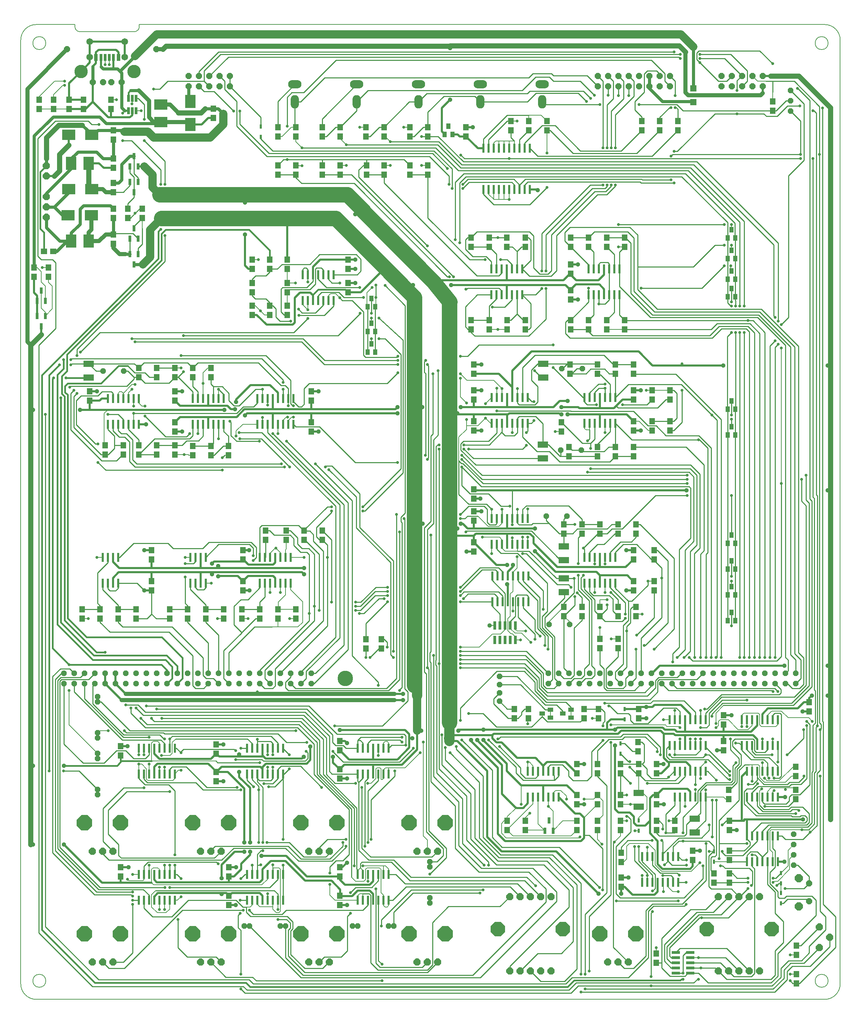
<source format=gbr>
G04 DesignSpark PCB PRO Gerber Version 9.0 Build 5138 *
G04 #@! TF.Part,Single*
G04 #@! TF.FileFunction,Copper,L1,Top *
G04 #@! TF.FilePolarity,Positive *
%FSLAX35Y35*%
%MOIN*%
G04 #@! TA.AperFunction,ViaPad*
%AMT72*0 Octagon Pad at angle 0*4,1,8,-0.00580,-0.01400,0.00580,-0.01400,0.01400,-0.00580,0.01400,0.00580,0.00580,0.01400,-0.00580,0.01400,-0.01400,0.00580,-0.01400,-0.00580,-0.00580,-0.01400,0*%
%ADD72T72*%
%AMT29*0 Octagon Pad at angle 0*4,1,8,-0.00828,-0.02000,0.00828,-0.02000,0.02000,-0.00828,0.02000,0.00828,0.00828,0.02000,-0.00828,0.02000,-0.02000,0.00828,-0.02000,-0.00828,-0.00828,-0.02000,0*%
%ADD29T29*%
G04 #@! TA.AperFunction,ComponentPad*
%AMT95*0 Octagon Pad at angle 0*4,1,8,-0.01077,-0.02600,0.01077,-0.02600,0.02600,-0.01077,0.02600,0.01077,0.01077,0.02600,-0.01077,0.02600,-0.02600,0.01077,-0.02600,-0.01077,-0.01077,-0.02600,0*%
%ADD95T95*%
%AMT14*0 Octagon Pad at angle 0*4,1,8,-0.01119,-0.02700,0.01119,-0.02700,0.02700,-0.01119,0.02700,0.01119,0.01119,0.02700,-0.01119,0.02700,-0.02700,0.01119,-0.02700,-0.01119,-0.01119,-0.02700,0*%
%ADD14T14*%
G04 #@! TA.AperFunction,ViaPad*
%AMT78*0 Octagon Pad at angle 0*4,1,8,-0.01243,-0.03000,0.01243,-0.03000,0.03000,-0.01243,0.03000,0.01243,0.01243,0.03000,-0.01243,0.03000,-0.03000,0.01243,-0.03000,-0.01243,-0.01243,-0.03000,0*%
%ADD78T78*%
G04 #@! TA.AperFunction,ComponentPad*
%AMT82*0 Octagon Pad at angle 0*4,1,8,-0.01450,-0.03500,0.01450,-0.03500,0.03500,-0.01450,0.03500,0.01450,0.01450,0.03500,-0.01450,0.03500,-0.03500,0.01450,-0.03500,-0.01450,-0.01450,-0.03500,0*%
%ADD82T82*%
%AMT98*0 Octagon Pad at angle 0*4,1,8,-0.01657,-0.04000,0.01657,-0.04000,0.04000,-0.01657,0.04000,0.01657,0.01657,0.04000,-0.01657,0.04000,-0.04000,0.01657,-0.04000,-0.01657,-0.01657,-0.04000,0*%
%ADD98T98*%
%AMT90*0 Octagon Pad at angle 0*4,1,8,-0.02900,-0.07000,0.02900,-0.07000,0.07000,-0.02900,0.07000,0.02900,0.02900,0.07000,-0.02900,0.07000,-0.07000,0.02900,-0.07000,-0.02900,-0.02900,-0.07000,0*%
%ADD90T90*%
%AMT92*0 Octagon Pad at angle 0*4,1,8,-0.03107,-0.07500,0.03107,-0.07500,0.07500,-0.03107,0.07500,0.03107,0.03107,0.07500,-0.03107,0.07500,-0.07500,0.03107,-0.07500,-0.03107,-0.03107,-0.07500,0*%
%ADD92T92*%
%ADD87O,0.08000X0.13000*%
G04 #@! TA.AperFunction,SMDPad,CuDef*
%ADD93R,0.02200X0.04000*%
%ADD89R,0.02360X0.08660*%
%ADD101R,0.02500X0.07000*%
%ADD102R,0.02800X0.07000*%
%ADD88R,0.03000X0.06000*%
%ADD103R,0.03000X0.07000*%
%ADD100R,0.03000X0.08000*%
%ADD104R,0.03200X0.07000*%
%ADD96R,0.03900X0.05200*%
%ADD80R,0.05500X0.06000*%
%ADD84R,0.10000X0.12500*%
%ADD85R,0.10000X0.12600*%
%ADD106R,0.06300X0.06300*%
G04 #@! TD.AperFunction*
%ADD10C,0.00500*%
%ADD12C,0.00600*%
%ADD11C,0.01000*%
%ADD74C,0.01500*%
%ADD27C,0.02000*%
%ADD28C,0.03000*%
G04 #@! TA.AperFunction,ComponentPad*
%ADD86O,0.13000X0.08000*%
G04 #@! TA.AperFunction,SMDPad,CuDef*
%ADD94R,0.08000X0.03000*%
%ADD99R,0.05200X0.03900*%
%ADD97R,0.06000X0.05500*%
G04 #@! TD.AperFunction*
%ADD73C,0.04000*%
%ADD24C,0.05000*%
G04 #@! TA.AperFunction,ComponentPad*
%ADD105C,0.06500*%
G04 #@! TD.AperFunction*
%ADD75C,0.08000*%
%ADD77C,0.10000*%
G04 #@! TA.AperFunction,ComponentPad*
%ADD79C,0.13000*%
G04 #@! TD.AperFunction*
%ADD76C,0.15000*%
G04 #@! TA.AperFunction,SMDPad,CuDef*
%ADD91R,0.10200X0.06300*%
%ADD81R,0.12500X0.10000*%
%ADD83R,0.12600X0.10000*%
X0Y0D02*
D02*
D10*
X34750Y34350D02*
G75*
G03Y21750J-6300D01*
G01*
G75*
G03Y34350J6300*
G01*
Y943350D02*
G75*
G03Y930750J-6300D01*
G01*
G75*
G03Y943350J6300*
G01*
X793750Y34350D02*
G75*
G03Y21750J-6300D01*
G01*
G75*
G03Y34350J6300*
G01*
Y943350D02*
G75*
G03Y930750J-6300D01*
G01*
G75*
G03Y943350J6300*
G01*
X811750Y25050D02*
G75*
G02X796750Y10050I-15000D01*
G01*
X31750*
G75*
G02X16750Y25050J15000*
G01*
Y940050*
G75*
G02X31750Y955050I15000*
G01*
X69250*
Y953050*
G75*
G03X74250Y948050I5000*
G01*
X126750*
G75*
G03X131750Y953050J5000*
G01*
Y955050*
X796750*
G75*
G02X811750Y940050J-15000*
G01*
Y25050*
D02*
D11*
X40750Y577050D02*
Y80550D01*
X92250Y29050*
X238250*
X242250Y25050*
X545750*
X551750Y31050*
X606250*
X625750Y50550*
Y95550*
X630750Y100550*
X660750*
X662250Y102050*
X58750Y316050D02*
Y257550D01*
X77250Y239050*
X97750*
X109750Y251050*
X118750*
X126250Y243550*
X137750*
X141250Y247050*
Y253550*
X58750Y326050D02*
X56250D01*
X50250Y320050*
Y154050*
X90250Y114050*
X125250*
X64250Y603550D02*
X65250Y604550D01*
X119750*
X126750Y611550*
Y613050*
X65250Y630050D02*
X66250Y631050D01*
X250750*
X271250Y610550*
Y608050*
X68250Y600550D02*
X65250Y597550D01*
Y562050*
X95250Y532050*
X109750*
X115750Y538050*
X116250*
X68750Y316050D02*
Y308050D01*
X115250Y261550*
X152750*
X156250Y258050*
Y253550*
X68750Y326050D02*
X64250Y330550D01*
X55250*
X47750Y323050*
Y152050*
X88250Y111550*
X123750*
X125250Y110050*
X71250Y597550D02*
X68250Y594550D01*
Y564550*
X94750Y538050*
X98750*
X71250Y634050D02*
Y640050D01*
X156750Y725550*
Y750550*
X76250Y388050D02*
X93750D01*
X82750Y626250D02*
X66450D01*
X65250Y625050*
X88750Y316050D02*
X86750Y314050D01*
Y296550*
X116750Y266550*
X151750*
X155750Y262550*
X156250*
X88750Y326050D02*
X82750Y320050D01*
X56250*
X54750Y318550*
Y157550*
X93750Y118550*
X156750*
X91250Y213550D02*
X73250Y231550D01*
X58250*
X92750Y858050D02*
X85750D01*
X82250Y861550*
X50250*
X33250Y844550*
Y730550*
X36750Y727050*
X47750*
X50750Y724050*
Y660550*
X34250Y644050*
Y74550*
X86250Y22550*
X232750*
X236250Y19050*
X548750*
X555750Y26050*
X669750*
X673250Y29550*
X674250*
X93750Y388050D02*
Y391550D01*
X91250Y394050*
Y423550*
X101250Y433550*
Y438550*
X96250Y46050D02*
X102250Y40050D01*
X117250*
X173750Y96550*
X232750*
X96250Y153550D02*
Y151050D01*
X102250Y145050*
X211750*
X223250Y156550*
X273750*
X286250Y144050*
X318750*
X332250Y157550*
Y158550*
X96750Y619050D02*
X89950D01*
X82750Y626250*
X101250Y413550D02*
Y408050D01*
X103250Y406050*
X108750*
X111250Y408550*
Y413550*
X106250Y153550D02*
X96750Y163050D01*
Y195050*
X116750Y215050*
X136250*
X106250Y567550D02*
Y561050D01*
X112250Y555050*
X117750*
X122250Y550550*
Y531550*
X127750Y526050*
X272750*
X106250Y592550D02*
Y597550D01*
X104750Y599050*
X95750*
X91750Y595050*
X75250*
X70750Y590550*
Y567050*
X89250Y548550*
X91750*
X107750Y547050D02*
Y544050D01*
X101750Y538050*
X98750*
X107750Y547050D02*
Y556050D01*
X101250Y562550*
Y567550*
X111250Y388050D02*
Y392050D01*
X96250Y407050*
Y413550*
X111250Y388050D02*
X128750D01*
X111250Y413550D02*
X129750D01*
X136750Y406550*
X111250Y438550D02*
X112750D01*
X126250Y452050*
X159750*
X164750Y447050*
X193250*
X199250Y453050*
X240250*
X245250Y448050*
Y438550*
X242250Y435550*
X111250Y567550D02*
Y561550D01*
X114250Y558550*
X119250*
X125250Y552550*
Y533050*
X129250Y529050*
X269750*
X115750Y842550D02*
X124250D01*
X152750Y814050*
Y800050*
X116250Y547050D02*
X107750D01*
X116250Y567550D02*
Y572050D01*
X111250Y577050*
X101250*
X118750Y295550D02*
X130750D01*
X137750Y288550*
X292750*
X316250Y265050*
Y231050*
X318750Y228550*
X343750*
X120750Y767550D02*
X123250D01*
X127750Y772050*
X120750Y776550D02*
Y781550D01*
X126750Y787550*
Y792550*
X122750Y747550D02*
Y732550D01*
Y802550D02*
Y799050D01*
X116250Y792550*
X106750*
X123750Y292550D02*
Y287550D01*
X137750Y273550*
X285250*
X301250Y257550*
Y228050*
X335250Y194050*
Y150550*
X329250Y144550*
X322750*
X316750Y138550*
Y132550*
X125250Y102050D02*
Y55050D01*
X116250Y46050*
X106250*
X126250Y578050D02*
X226250D01*
X232750Y584550*
X242750*
X246250Y588050*
Y592550*
X126750Y613050D02*
X120750Y619050D01*
X116750*
X126750Y757550D02*
Y759550D01*
X134750Y767550*
X126750Y792550D02*
Y807050D01*
X122750Y811050*
Y817550*
X128750Y292550D02*
X135750Y285550D01*
X291250*
X313250Y263550*
Y228050*
X321750Y219550*
X341750*
X128750Y379050D02*
X139250D01*
X143750Y383550*
X128750Y883550D02*
X130750D01*
X136750Y877550*
Y863050*
X130750Y732550D02*
Y738050D01*
X134750Y742050*
Y757550*
X130750Y747550D02*
X125750Y752550D01*
X107750*
X106750Y751550*
X130750Y802550D02*
Y806550D01*
X126750Y810550*
Y827550*
X131250Y106050D02*
X125250D01*
X131250Y228550D02*
Y224050D01*
X137250Y218050*
X160250*
X166250Y212050*
Y150050*
X131250Y538050D02*
X148750D01*
X131250Y547050D02*
Y552550D01*
X121250Y562550*
Y567550*
X131250Y613050D02*
X126750D01*
X131250D02*
X131750D01*
X137250Y607550*
X160750*
X166250Y613050*
X131250Y622050D02*
X127050Y626250D01*
X82750*
X131250Y622050D02*
X136250Y627050D01*
X178750*
X183750Y622050*
X134750Y776550D02*
X132250D01*
X127750Y772050*
X136250Y131050D02*
Y139050D01*
X140250Y143050*
X206750*
X208250Y141550*
X136250Y228550D02*
Y223550D01*
X139750Y220050*
X186750*
X193750Y213050*
X230250*
X138750Y294550D02*
X296250D01*
X323750Y267050*
X388750*
X390250Y265550*
Y256550*
X141250Y106050D02*
Y111050D01*
X135750Y116550*
X92250*
X52750Y156050*
Y319050*
X55750Y322050*
X74750*
X78750Y326050*
X141250Y264050D02*
X116250D01*
X78750Y301550*
Y316050*
X143750Y383550D02*
Y406550D01*
X147750Y115550D02*
X262750D01*
X266250Y112050*
Y106050*
X148750Y547050D02*
X166250D01*
X148750Y613050D02*
X141750D01*
X137250Y617550*
X127250*
X120750Y624050*
X148750Y622050D02*
X166250D01*
X153750Y282550D02*
X289750D01*
X310250Y262050*
Y228050*
X342750Y195550*
Y136550*
X344000Y135300*
X156250Y140050D02*
Y131050D01*
X156750Y800050D02*
Y822550D01*
X136750Y842550*
X161250Y118550D02*
X253750D01*
X161250Y140050D02*
Y131050D01*
Y211550D02*
X119750D01*
X101750Y193550*
Y170050*
X111750Y160050*
Y149550*
X114250Y147050*
X204750*
X211250Y153550*
X161250Y253550D02*
Y262550D01*
X163750Y265050*
X259750*
X266250Y258550*
Y253550*
X161250Y379050D02*
X148250D01*
X143750Y383550*
X161250Y388050D02*
X178750D01*
X166250Y131050D02*
X168250D01*
X172250Y127050*
X166250Y140050D02*
Y131050D01*
Y253550D02*
X167750D01*
X172250Y249050*
X166250Y547050D02*
X173250D01*
X177750Y551550*
X189250*
X193750Y556050*
Y567550*
X167250Y262550D02*
X236750D01*
X241250Y258050*
Y253550*
X169250Y87550D02*
Y60050D01*
X178250Y51050*
X206250*
X211250Y46050*
X174750Y618550D02*
X169250Y613050D01*
X166250*
X176250Y432550D02*
X184250D01*
X186250Y434550*
Y438550*
X178750Y388050D02*
Y391550D01*
X176250Y394050*
Y419550*
X180750Y558550D02*
X177750Y555550D01*
X157250*
X137250Y575550*
X183750Y546550D02*
X201250D01*
X183750Y567550D02*
Y556550D01*
X180750Y553550*
X146750*
X131250Y538050*
X183750Y592550D02*
Y599050D01*
X169750Y613050*
X166250*
X186250Y413550D02*
Y409050D01*
X188250Y407050*
X194250*
X196250Y409050*
Y413550*
X188750Y558550D02*
Y567550D01*
Y592550D02*
Y599050D01*
X183750Y604050*
Y613050*
X189750Y895050D02*
X194750Y890050D01*
X204250*
X223250Y871050*
X194750Y900050D02*
X159250D01*
X151750Y892550*
X145750*
X194750Y900050D02*
X199750Y895050D01*
X196250Y388050D02*
Y392550D01*
X181250Y407550*
Y413550*
X196250Y388050D02*
X213750D01*
X198750Y316050D02*
X194250Y311550D01*
X186250*
X183750Y314050*
Y343050*
X160750Y366050*
X103250*
X93750Y375550*
Y379050*
X198750Y326050D02*
Y355550D01*
X178750Y375550*
Y379050*
X201250Y46050D02*
X215750Y31550D01*
X241750*
X245250Y28050*
X367250*
X201250Y537550D02*
X204250D01*
X213250Y546550*
X218250*
X203750Y567550D02*
Y549050D01*
X201250Y546550*
X203750Y592550D02*
Y604050D01*
X201250Y606550*
Y613050*
X206250Y241050D02*
X207750Y239550D01*
X248750*
X208750Y316050D02*
X203750Y321050D01*
X196750*
X193750Y324050*
Y341050*
X163750Y371050*
X115750*
X111250Y375550*
Y379050*
X208750Y326050D02*
Y363050D01*
X196250Y375550*
Y379050*
X208750Y553550D02*
Y567550D01*
X212250Y523050D02*
X99250D01*
X91750Y530550*
X213750Y592550D02*
Y596550D01*
X208750Y601550*
X214750Y537550D02*
X212250Y535050D01*
X218250Y546550D02*
Y556050D01*
X213750Y560550*
Y567550*
X218750Y316050D02*
X213750Y321050D01*
Y348050*
X231250Y365550*
X218750Y326050D02*
Y346050D01*
X243750Y371050*
X260750*
X219750Y905050D02*
Y895050D01*
X225250Y251050D02*
X223750Y252550D01*
X174750*
X172250Y250050*
Y249050*
X226750Y215550D02*
X197250D01*
X177250Y235550*
X163750*
X161250Y233050*
Y228550*
X229250Y871050D02*
Y858550D01*
X257750Y830050*
X416250*
X430750Y815550*
X230250Y20050D02*
X234250Y16050D01*
X550750*
X557750Y23050*
X628250*
X230250Y34550D02*
Y77050D01*
X227750Y79550*
Y91550*
X229750Y93550*
X231250Y365550D02*
X223750Y373050D01*
Y373550*
X231250Y388050D02*
X248750D01*
X235750Y99550D02*
X232250D01*
X225750Y106050*
X179250*
X163250Y90050*
X144750*
X136250Y98550*
Y106050*
X235750Y99550D02*
Y94550D01*
X239750Y90550*
X275250*
X280750Y85050*
Y78550*
X278750Y76550*
Y53550*
X292250Y40050*
X309750*
X315750Y46050*
X316250*
X236250Y106050D02*
X229750D01*
X236250Y131050D02*
X234250D01*
X230250Y127050*
X236250Y253550D02*
X230250D01*
X238750Y81050D02*
X288750Y31050D01*
X462750*
X536750Y105050*
Y114050*
X513750Y137050*
X463750*
X441750Y159050*
Y201550*
X417250Y226050*
Y343550*
X238750Y96550D02*
Y96050D01*
X242250Y92550*
X270250*
X274250Y96550*
X348750*
X353750Y101550*
Y106050*
X241250Y131050D02*
Y140050D01*
Y704550D02*
Y708050D01*
X244750Y711550*
X254750*
X258250Y715050*
Y718050*
X242250Y440050D02*
Y447550D01*
X238750Y451050*
X208750*
X196250Y438550*
X242750Y216050D02*
X236250Y222550D01*
Y228550*
X246250Y131050D02*
Y140050D01*
Y228550D02*
Y221050D01*
X251750Y215550*
Y162050*
X246250Y253550D02*
Y260050D01*
X259250*
X261250Y258050*
Y253550*
X246250D02*
Y262050D01*
X247750Y162050D02*
Y213050D01*
Y216550*
X241250Y223050*
Y228550*
X248250Y551050D02*
X226250D01*
X220750Y556550*
Y569550*
X219750Y570550*
X248750Y379050D02*
X244750D01*
X231750Y366050*
X248750Y413550D02*
Y409050D01*
X237250Y397550*
X230250*
X223750Y391050*
Y373550*
X248750Y438550D02*
Y467550D01*
X250750Y469550*
X286250*
X291250Y464550*
X291750*
X249750Y140550D02*
X248250D01*
Y140050*
X246250*
X249750Y856050D02*
Y865050D01*
X219750Y895050*
X251250Y601550D02*
X244750D01*
X228750Y585550*
X223750*
X218750Y590550*
Y597550*
X212250Y604050*
X203750*
X251750Y154050D02*
X249750D01*
X246250Y150550*
Y140050*
X253750Y413550D02*
Y400050D01*
X248750Y395050*
Y388050*
X253750Y438550D02*
X254250D01*
Y455550*
Y464550D02*
X258250D01*
X262750Y460050*
X278250*
X281750Y456550*
Y450050*
X288250Y443550*
X294250*
X296750Y441050*
Y384050*
X255750Y162050D02*
X277250D01*
X291250Y148050*
X312750*
X316250Y151550*
Y153550*
X257250Y216050D02*
X263250D01*
X271250Y224050*
X258250Y682550D02*
Y685550D01*
X254750Y689050*
X244250*
X241250Y692050*
Y695550*
X258250Y718050D02*
X265750D01*
X270250Y722550*
X297250*
X306750Y732050*
X342250*
X346750Y727550*
Y716050*
X343250Y712550*
X320250*
X258750Y316050D02*
X253750Y321050D01*
Y329050*
X301750Y377050*
Y391050*
X261250Y131050D02*
Y136050D01*
Y137550*
Y228550D02*
Y224050D01*
X259250Y222050*
X248250*
X246250Y224050*
Y228550*
X266250Y87550D02*
X274750D01*
X278250Y84050*
Y79050*
X276250Y77050*
Y52050*
X292250Y36050*
X411250*
X421250Y46050*
X266250Y126550D02*
X258250Y118550D01*
X253750*
X266250Y228550D02*
Y224050D01*
X261250Y219050*
X252750*
X266250Y228550D02*
Y233050D01*
X269250Y236050*
X288250*
X308750Y215550*
X266250Y809550D02*
X283750D01*
X266250Y818550D02*
X271750Y824050D01*
X275250*
X271250Y106050D02*
Y131050D01*
Y140050*
Y165050D02*
Y224050D01*
Y253550D02*
Y253050D01*
X277250Y247050*
X271250Y592550D02*
Y601550D01*
X274250Y464550D02*
X278250D01*
X285250Y457550*
Y451550*
X289750Y447050*
X296250*
X301750Y441550*
Y391050*
X274750Y551050D02*
X334250Y491550D01*
Y349050*
X301250Y316050*
X298750*
X275250Y673550D02*
X272250D01*
X269250Y676550*
Y698550*
X270750Y700050*
X294250*
X300250Y706050*
Y712550*
X275250Y824050D02*
X309355D01*
X276250Y592550D02*
Y602050D01*
X273250Y605050*
X269250*
X247250Y627050*
X188750*
X183750Y622050*
X277250Y233550D02*
X272250Y228550D01*
X271250*
X277750Y526050D02*
X250250Y553550D01*
X229250*
X278750Y326050D02*
Y322550D01*
X273750Y317550*
Y312050*
X276250Y309550*
X373750*
X384250Y320050*
Y463050*
X278750Y667550D02*
X268250D01*
X264250Y671550*
Y679550*
X261250Y682550*
X258250*
X281250Y585550D02*
X280750D01*
X278750Y587550*
Y610050*
X254750Y634050*
X172250*
X281250Y592550D02*
Y589550D01*
X286250Y584550*
X289250*
X291750Y587050*
Y602050*
X296750Y607050*
X372250*
X382750Y617550*
X282750Y880050D02*
Y856550D01*
X283750Y855550*
X282750Y897050D02*
X266250Y880550D01*
Y855550*
X283750Y270550D02*
X122750D01*
X94750Y298550*
X91250*
X283750Y809550D02*
Y806550D01*
X289250Y801050*
X340250*
X430750Y710550*
X432750*
X288750Y316050D02*
X293750Y321050D01*
Y328050*
X326250Y360550*
Y489550*
X256250Y559550*
Y567550*
X288750Y326050D02*
Y327550D01*
X322250Y361050*
Y488050*
X250750Y559550*
X228750*
X290250Y712550D02*
Y717550D01*
X291750Y719050*
X293750*
X295250Y717550*
Y712550*
X291750Y455550D02*
X292250D01*
X306250Y441550*
Y387050*
X291750Y464550D02*
Y465050D01*
X314250Y487550*
X318250*
X291750Y464550D02*
Y464050D01*
X297250*
X300750Y460550*
Y454050*
X310250Y444550*
Y377050*
X263750Y330550*
Y314050*
X261250Y311550*
X253250*
X248750Y316050*
X293750Y250550D02*
X295250Y249050D01*
Y243550*
X292750Y241050*
X252250*
X250750Y242550*
X225250*
X294250Y259050D02*
X274750D01*
X266250Y267550*
X156250*
X155250Y268550*
X119250*
X117250Y270550*
X295250Y670050D02*
X281750Y656550D01*
X93750*
X74750Y637550*
X296750Y384050D02*
Y377050D01*
X248750Y329050*
Y326050*
X298750D02*
X302750D01*
X330250Y353550*
Y489550*
X261250Y558550*
X302750Y529050D02*
X338250Y493550D01*
Y343050*
X363750Y317550*
Y314550*
X305250Y687550D02*
Y692050D01*
X308750Y695550*
X325250*
X330250Y690550*
X349250*
X305250Y712550D02*
Y708050D01*
X313250Y700050*
X345750*
X306250Y153550D02*
Y157050D01*
X314250Y165050*
X332250*
X309250Y455550D02*
X314250Y450550D01*
Y438550*
X309250Y809550D02*
X326750D01*
X309250Y818550D02*
Y823945D01*
X309355Y824050*
X309250Y846550D02*
X313250D01*
X322250Y855550*
X326750*
X309250D02*
Y863550D01*
X342750Y897050*
X309355Y824050D02*
X352250D01*
X310250Y687550D02*
Y683050D01*
X302750Y675550*
X289750*
X286250Y679050*
X310250Y712550D02*
Y717050D01*
X308250Y719050*
X303750*
X302750Y718050*
Y703550*
X297250Y698050*
X277750*
X275250Y695550*
X312250Y526050D02*
X313250Y527050D01*
X318750*
X345750Y500050*
Y467550*
X378250Y435050*
Y347550*
X314250Y438550D02*
Y372050D01*
X268750Y326550*
Y326050*
X318250Y395050D02*
Y455550D01*
X309250Y464550*
X318250Y483550D02*
Y482050D01*
X303750Y467550*
Y458550*
X306750Y455550*
X309250*
X320250Y687550D02*
Y682050D01*
X311250Y673050*
X286750*
X326250Y690050D02*
X328750Y687550D01*
X338250*
X349250Y676550*
Y634550*
X351250Y632550*
X381750*
X382750Y633550*
X326250Y704550D02*
X318750D01*
X315250Y708050*
Y712550*
X329250Y162050D02*
Y158550D01*
X316750Y146050*
X288750*
X276250Y158550*
X205250*
X201250Y154550*
Y153550*
X332750Y838550D02*
X421250D01*
X443750Y816050*
X666750*
X718750Y764050*
Y682050*
X336750Y93550D02*
X333750Y90550D01*
Y57050*
X327750Y51050*
X311250*
X306250Y46050*
X337750Y128550D02*
Y194550D01*
X304250Y228050*
Y259050*
X286750Y276550*
X139250*
X133250Y282550*
X340250Y139550D02*
Y195050D01*
X306750Y228550*
Y261050*
X288250Y279550*
X146250*
X143750Y282050*
Y282550*
X341750Y387050D02*
X346250D01*
X360750Y401550*
X372750*
X341750Y391050D02*
X346250D01*
X360750Y405550*
X372750*
X342750Y880050D02*
Y871550D01*
X326750Y855550*
X343750Y228550D02*
Y221550D01*
X344750Y220550*
X343750Y253550D02*
Y261050D01*
Y253550D02*
X332250D01*
X329750Y256050*
X322250*
X319250Y259050*
Y266550*
X294250Y291550*
X148750*
X343750Y261050D02*
X346750Y264050D01*
X344750Y220550D02*
X348750Y224550D01*
Y228550*
X345250Y384050D02*
X349750D01*
X364250Y398550*
X369250*
X346010Y675047D02*
Y674810D01*
X324750Y653550*
X174750*
X346250Y137550D02*
Y141550D01*
X347750Y143050*
X376250*
X394250Y125050*
X505750*
X521250Y109550*
X348750Y112550D02*
X354750D01*
X356250Y111050*
Y45550*
X363250Y38550*
X411250*
X416250Y43550*
Y84550*
X431750Y100050*
X481750*
X491250Y109550*
X348750Y253550D02*
Y258550D01*
X346250Y261050*
X343750*
X348750Y483550D02*
X350750D01*
X387750Y520550*
Y649050*
X364250Y670550*
Y670544*
X348750Y487550D02*
X385750Y524550D01*
Y635050*
X370256Y650544*
X364250*
X350750Y158550D02*
Y221050D01*
X353750Y224050*
Y228550*
X351750Y350050D02*
Y341550D01*
Y359050D02*
Y374550D01*
X372750Y395550*
X351750Y846550D02*
X355750D01*
X364750Y855550*
X369250*
X352250Y809550D02*
X369250D01*
X352250Y818550D02*
Y824050D01*
X388750*
X394250Y818550*
X353270Y637550D02*
Y657550D01*
Y681550*
X353750Y162050D02*
Y212050D01*
X363750Y222050*
Y228550*
X356750Y165050D02*
Y203550D01*
X379750Y226550*
Y231550*
X357010Y689544D02*
Y675047D01*
X360750Y637550D02*
Y657550D01*
Y681550*
X361250Y702550D02*
Y690550D01*
X363750Y131050D02*
Y125050D01*
X357250Y118550*
X341750*
X336750Y113550*
X366750Y81050D02*
Y87050D01*
X395750Y116050*
X465250*
X366750Y350050D02*
X364250D01*
X355750Y341550*
X366750Y359050D02*
X369250D01*
X372250Y356050*
Y351550*
X367250Y44050D02*
X363750Y47550D01*
Y106050*
X369250Y809550D02*
Y801550D01*
X459250Y711550*
X480750*
X483250Y714050*
Y718050*
X369250Y855550D02*
X393750Y880050D01*
X402750*
X372750Y409550D02*
X361250D01*
X346750Y395050*
X341750*
X373750Y106050D02*
X377750D01*
X390750Y119050*
X491750*
X501250Y109550*
X373750Y131050D02*
X380750D01*
X389750Y122050*
X498750*
X511250Y109550*
X378250Y341550D02*
X375750Y344050D01*
Y433550*
X342250Y467050*
Y497050*
X315750Y523550*
X378750Y81050D02*
Y94550D01*
X397250Y113050*
X462250*
X381250Y480050D02*
Y321050D01*
X371750Y311550*
X283250*
X278750Y316050*
X382250Y530550D02*
X341250D01*
X306750Y565050*
X283750*
X281250Y567550*
X382750Y625550D02*
X311250D01*
X289250Y647550*
X127750*
X382750Y629550D02*
X311750D01*
X290750Y650550*
X124750*
X384250Y309550D02*
Y310050D01*
X386750Y312550*
Y472050*
X385750Y473050*
Y477550*
X389750Y481550*
Y682550*
X370250Y702050*
X386750Y259550D02*
X384750Y261550D01*
X356750*
X353750Y258550*
Y253550*
X386750Y264050D02*
X346750D01*
X388750Y476050D02*
X389250Y475550D01*
Y311050*
X392250Y308050*
Y299550*
X367750Y275050*
X321250*
X390250Y256550D02*
X376750D01*
X373750Y253550*
X394250Y809550D02*
X411750D01*
X394250Y846550D02*
X398250D01*
X407250Y855550*
X411750*
X397750Y253550D02*
X384250Y240050D01*
X329750*
X319750Y250050*
Y250550*
X405750Y846550D02*
X421750D01*
X446250Y822050*
X672750*
X751750Y743050*
Y667550*
X409250Y537550D02*
Y538050D01*
X409750Y538550*
Y616550*
X408250Y618050*
Y628050*
X409750Y629550*
X411250Y46050D02*
X406250Y41050D01*
X365250*
X361250Y45050*
Y117050*
X411250Y331550D02*
X412750Y330050D01*
Y173550*
X429750Y156550*
Y147550*
X413750Y131550*
X411250Y533550D02*
Y534050D01*
X412250Y535050*
Y624050*
X411250Y625050*
Y625550*
Y740550D02*
X344750Y807050D01*
Y814050*
X349250Y818550*
X352250*
X411750Y809550D02*
Y767550D01*
X452250Y727050*
X467250*
X414750Y460050D02*
Y347050D01*
X413750Y346050*
Y337550*
X414750Y336550*
Y221050*
X438250Y197550*
Y156550*
X461250Y133550*
X509750*
X526250Y117050*
Y104550*
X455250Y33550*
X290750*
X273750Y50550*
Y81050*
X416750Y616550D02*
Y558050D01*
X414750Y556050*
Y473550*
X408250Y467050*
Y327550*
X410250Y325550*
Y172550*
X426750Y156050*
Y149550*
X420750Y143550*
X413750*
X421250Y153550D02*
X415750Y148050D01*
X356250*
X347750Y156550*
Y215550*
X421750Y619550D02*
Y557050D01*
X417250Y552550*
Y471550*
X411250Y465550*
Y331550*
X422750Y335550D02*
Y233550D01*
X449250Y207050*
Y164550*
X470750Y143050*
Y140050*
X422750Y335550D02*
Y543550D01*
X425250Y266550D02*
Y237550D01*
X453250Y209550*
Y165550*
X478250Y140550*
X524250*
X548750Y116050*
Y99550*
X491250Y42050*
Y37550*
X428750Y254050D02*
Y242050D01*
X457250Y213550*
Y166550*
X479750Y144050*
X527250*
X552750Y118550*
Y66050*
X541250Y54550*
X518250*
X501250Y37550*
X432250Y800050D02*
Y808050D01*
X413250Y827050*
X255750*
X226250Y856550*
Y880550*
X214750Y892050*
Y900050*
X209750Y905050*
X435250Y796050D02*
Y815050D01*
X417750Y832550*
X261250*
X249750Y844050*
Y846050*
X436750Y710550D02*
X337750Y809550D01*
X326750*
X439250Y255050D02*
Y252550D01*
X465250Y226550*
Y167050*
X482250Y150050*
X532750*
X560250Y122550*
Y34550*
X441750Y532550D02*
Y532050D01*
X444250Y529550*
X445750*
X465250Y510050*
X663250*
X441750Y532550D02*
Y499550D01*
X451250Y490050*
X468750*
X473750Y485050*
X442750Y743550D02*
Y801550D01*
X448750Y807550*
X658010*
X702510Y763050*
Y748053*
X443250Y280550D02*
Y292550D01*
X478750Y328050*
X505250*
X515750Y317550*
Y309050*
X526750Y298050*
X545747*
X550747Y293050*
Y290790*
X443250Y331550D02*
X505750D01*
X517750Y319550*
Y310550*
X527750Y300550*
X627250*
X634750Y308050*
Y318550*
X636250Y320050*
X672750*
X678750Y326050*
X443250Y343550D02*
X506250D01*
X523750Y326050*
Y314550*
X526750Y311550*
X534250*
X538750Y316050*
X443250Y395550D02*
X474250D01*
X443250Y405550D02*
X464250Y426550D01*
X477250*
X479250Y424550*
Y420550*
X443250Y409550D02*
X462250Y428550D01*
X480250*
X484250Y424550*
Y420550*
X443250Y476050D02*
X447750D01*
X450250Y478550*
X460250*
X443250Y480050D02*
X451250Y488050D01*
X466250*
X469250Y485050*
Y472550*
X471750Y470050*
X477250*
X478750Y471550*
Y476050*
X443750Y828550D02*
X447250Y825050D01*
X490750*
X444750Y261550D02*
X474250Y232050D01*
Y167050*
X483750Y157550*
X539250*
X578250Y118550*
X444750Y533550D02*
X464250Y514050D01*
X663250*
X444750Y537550D02*
X464250Y518050D01*
X663250*
X445750Y796050D02*
X451750Y802050D01*
X493250*
X495750Y799550*
Y795050*
X448750Y698550D02*
X449250D01*
X450250Y699550*
X480750*
X483250Y697050*
Y693050*
X451250Y287050D02*
X465250D01*
X478250Y274050*
X512250*
X522500Y284300*
X453750Y659550D02*
X450750D01*
X448250Y662050*
Y681550*
X459750Y693050*
X473250*
X453750Y668550D02*
X471250D01*
X453750Y739550D02*
X471250D01*
X453750Y748550D02*
X459250Y754050D01*
X510250*
X514250Y750050*
Y719050*
X520250Y713050*
X528250*
X531750Y716550*
Y751050*
X573750Y793050*
X584250*
X589750Y798550*
Y799550*
X453750Y748550D02*
X450250D01*
X448250Y746550*
Y737050*
X455250Y730050*
X468250*
X473250Y725050*
Y718050*
X462750Y880050D02*
X457250Y885550D01*
X427250*
X411750Y870050*
Y855550*
X465750Y795050D02*
Y790550D01*
X475750Y780550*
X510750*
X527250Y797050*
X465750Y835050D02*
Y844050D01*
X488750Y867050*
X509750*
X466250Y140050D02*
X445250Y161050D01*
Y204550*
X420250Y229550*
Y333050*
X419250Y334050*
Y338550*
X419750Y339050*
Y546050*
X421250Y547550*
X422750*
X470750Y835050D02*
Y843550D01*
X488750Y861550*
X492250*
X471250Y748550D02*
X479750D01*
X478250Y693050D02*
Y689050D01*
X471250Y682050*
Y668550*
X478250Y718050D02*
Y732550D01*
X471250Y739550*
X478750Y451050D02*
Y446550D01*
X482750Y442550*
X498750*
X527750Y413550*
Y386050*
X522750Y381050*
Y370550*
X532750Y360550*
Y320050*
X528750Y316050*
X479250Y395550D02*
Y400050D01*
X476250Y403050*
X450750*
X446250Y398550*
X481250Y255050D02*
X501750Y234550D01*
Y229050*
X506250Y224550*
X516250*
X518750Y227050*
Y231050*
X481250Y307050D02*
X475750Y301550D01*
Y296550*
X489750Y282550*
X495750*
X481250Y315050D02*
X501490D01*
X525750Y290790*
X530747*
X481250Y323050D02*
X498250D01*
X525750Y295550*
X536753*
X542753Y289550*
Y287050*
X481750Y372550D02*
Y383550D01*
X474250Y391050*
Y395550*
X483750Y476050D02*
Y485050D01*
Y568550D02*
Y560050D01*
X471250Y547550*
X446750*
X484250Y395550D02*
Y401050D01*
X480250Y405050*
X446750*
X443250Y401550*
X486750Y372550D02*
Y403550D01*
X474250Y416050*
Y420550*
X488250Y739550D02*
X493750D01*
X498250Y735050*
X488250Y748550D02*
X479750D01*
X491250Y488050D02*
X482750D01*
X470750Y500050*
X452750*
X444750Y508050*
Y526050*
X491750Y372550D02*
Y376550D01*
X496750Y381550*
Y400550*
X498250Y402050*
X507750*
X509250Y400550*
Y395550*
X493250Y693050D02*
Y688050D01*
X486250Y681050*
X474250*
X493250Y718050D02*
Y722550D01*
X488750Y727050*
X482250*
X493750Y476050D02*
Y503550D01*
X495500Y842300D02*
X492250Y845550D01*
Y852550*
X495750Y291550D02*
X488750D01*
X481250Y299050*
X498250Y674550D02*
X492250Y668550D01*
X488750*
X498250Y693050D02*
Y674550D01*
Y718050D02*
Y735050D01*
X502750Y739550*
X506250*
X498750Y476050D02*
Y471550D01*
X500250Y470050*
X512250*
X513750Y471550*
X529250*
X530750Y470050*
X498750Y568550D02*
Y559550D01*
X495750Y556550*
X486750*
X483750Y559550*
Y568550*
X498750D02*
Y573550D01*
X500250Y575050*
X516250*
X523250Y568050*
Y547750*
X498750Y593550D02*
Y588050D01*
X500250Y586550*
X515750*
X518250Y589050*
Y604050*
X512250Y610050*
Y620250*
X518250Y626250*
X523750*
X500750Y795050D02*
Y799550D01*
X495250Y805050*
X450750*
X445750Y800050*
X500750Y835050D02*
Y843550D01*
X509750Y852550*
X503250Y693050D02*
X516250D01*
X522250Y699050*
X503250Y718050D02*
X511750Y726550D01*
Y746050*
X509250Y748550*
X506250*
X503750Y442050D02*
X507250D01*
X537250Y412050*
X548250*
X550750Y409550*
X503750Y476050D02*
Y485050D01*
X507250Y488550*
X548250*
X561250Y475550*
Y470550*
X503750Y568550D02*
Y555050D01*
X517750Y541050*
X529750*
X539750Y531050*
X588250*
X593750Y536550*
X505750Y835050D02*
Y840050D01*
X522750Y857050*
X535250*
X559750Y832550*
X599250*
X619250Y852550*
X506250Y659550D02*
X509750D01*
X511750Y661550*
Y684550*
X503250Y693050*
X506250Y668550D02*
X504250D01*
X498250Y674550*
X507250Y547050D02*
X503750Y543550D01*
X451250*
X508750Y568550D02*
Y561050D01*
X507250Y559550*
X508750Y568550D02*
X512250D01*
X514750Y571050*
X509250Y291550D02*
X505750D01*
X502750Y288550*
Y286050*
X499250Y282550*
X495750*
X510750Y835050D02*
X518250Y827550D01*
X629250*
X654250Y852550*
X511250Y37550D02*
X521250Y27550D01*
X544250*
X556250Y39550*
Y121050*
X529750Y147550*
X480750*
X461750Y166550*
Y220550*
X433250Y249050*
X514750Y589550D02*
X512750D01*
X508750Y593550*
X515750Y359050D02*
Y364050D01*
X499250Y380550*
Y395550*
X516250Y120050D02*
X507750Y128550D01*
X395250*
X378750Y145050*
X354250*
X344750Y154550*
Y220550*
X520750Y362050D02*
X515750Y367050D01*
Y378050*
X504250Y389550*
Y395550*
X522250Y716050D02*
Y752550D01*
X569250Y799550*
X581750*
X523250Y534350D02*
X455950D01*
X446750Y543550*
X523250Y547750D02*
X528750D01*
X539850Y536650*
X523750Y388050D02*
Y406050D01*
X509250Y420550*
X523750Y612850D02*
X521950D01*
X515250Y619550*
X523750Y626250D02*
X549050D01*
X549750Y625550*
X525250Y353050D02*
Y362550D01*
X518250Y369550*
Y396550*
X499250Y415550*
Y420550*
X526250Y699050D02*
Y669550D01*
X509750Y653050*
X457250*
X453750Y656550*
Y659550*
X526250Y716050D02*
Y751050D01*
X571250Y796050*
X583750*
X585750Y798050*
Y799550*
X526750Y478550D02*
Y474050D01*
X530750Y470050*
X527250Y852550D02*
X530250D01*
X552750Y830050*
X614250*
X636750Y852550*
X528250Y349550D02*
Y362050D01*
X520250Y370050*
Y399550*
X504250Y415550*
Y420550*
X528750Y231050D02*
Y235550D01*
X530750Y237550*
X542250*
X548250Y231550*
Y226550*
X552750Y222050*
X566250*
X570750Y226550*
Y250050*
X581750Y261050*
X528750Y326050D02*
X507250Y347550D01*
X443250*
X533250Y644550D02*
X461250D01*
X450250Y633550*
X443250*
X533750Y231050D02*
Y227050D01*
X534250*
Y222550*
X504250*
X497250Y229550*
Y235050*
X470750Y261550*
X536250Y418350D02*
X510050Y444550D01*
X498750*
X538750Y231050D02*
Y226550D01*
X534750Y222550*
X534250*
X539850Y536650D02*
X539950Y536550D01*
X548750*
X539850Y536650D02*
X540750D01*
Y542550*
X541250Y569550D02*
X561750Y549050D01*
X569668*
X569750Y548968*
Y548132*
X541750Y621550D02*
X542250D01*
X546250Y625550*
X549750*
X543750Y390550D02*
Y394050D01*
X553750Y404050*
Y418050*
X543750Y404850D02*
X544250D01*
Y399050*
X525250Y380050*
Y371050*
X534750Y361550*
Y321050*
X538750Y317050*
Y316050*
X543750Y418250D02*
X553550D01*
X553750Y418050*
X543750Y418250D02*
X536350D01*
X536250Y418350*
X543750Y435850D02*
X539750Y436550D01*
X512250Y464050*
X449750*
X448750Y463050*
X543750Y449250D02*
Y461550D01*
X539250*
X530750Y470050*
X543750Y470550D02*
Y475550D01*
X546750Y478550*
X543750Y470550D02*
X554250D01*
X548750Y316050D02*
X553750Y321050D01*
X560750*
X563750Y324050*
Y330550*
X568250Y335050*
Y396550*
X557750Y407050*
Y421050*
X548750Y326050D02*
X543750Y331050D01*
Y381550*
X549750Y616550D02*
X565250D01*
X569750Y621050*
X583250*
X587750Y616550*
X593750*
X549750Y625550D02*
Y626050D01*
X575250*
X575750Y625550*
X576250*
X550250Y659550D02*
X567750D01*
X550250Y739550D02*
X544750Y745050D01*
Y753550*
X549750Y758550*
X607750*
X615250Y751050*
Y720050*
X550250Y748550D02*
X567750D01*
X554250Y400550D02*
Y392050D01*
X543750Y381550*
X557750Y432550D02*
Y457550D01*
X561250Y461050*
Y461550*
X558750Y316050D02*
X559750D01*
X564750Y321050*
X570750*
X573750Y324050*
Y330550*
X570750Y333550*
Y397550*
X560250Y408050*
Y418550*
X562750Y421050*
X560250Y17050D02*
X748250D01*
X760250Y29050*
Y37050*
X765250Y42050*
X782750*
X801750Y61050*
Y70050*
X560750Y542550D02*
X551750D01*
X548750Y545550*
X561250Y381550D02*
Y377550D01*
X553750Y370050*
Y324050*
X550750Y321050*
X543750*
X538750Y326050*
X561250Y390550D02*
Y399550D01*
X556750Y404050*
X561750Y621550D02*
X556250D01*
X551250Y616550*
X549750*
X562750Y447550D02*
X576750Y461550D01*
X578750*
X563250Y282550D02*
X559750Y279050D01*
X527750*
X522500Y284300*
X563750Y413550D02*
Y407550D01*
X573750Y397550*
Y386550*
X578750Y381550*
X563750Y438550D02*
Y446550D01*
X562750Y447550*
X563750Y593550D02*
X562250D01*
X533250Y622550*
X563750Y593550D02*
Y589050D01*
X566250Y586550*
X575250*
X564250Y20050D02*
X746750D01*
X757250Y30550*
Y38550*
X763750Y45050*
X776750*
X791750Y60050*
X565750Y880550D02*
X557750Y888550D01*
X516750*
X508250Y880050*
X462750*
X567750Y693050D02*
Y686050D01*
X550250Y668550*
X567750Y718050D02*
Y722050D01*
X550250Y739550*
X568750Y413550D02*
Y405050D01*
X572250Y401550*
X587750*
X591250Y398050*
Y386550*
X596250Y381550*
X568750Y438550D02*
Y443550D01*
X576250Y451050*
X582750*
X593250Y461550*
X596250*
X568750Y562050D02*
Y553550D01*
X566750Y551550*
X569750Y548132D02*
Y544050D01*
Y883550D02*
X562750Y890550D01*
X510750*
X508250Y888050*
X410750*
X402750Y880050*
X572750Y693050D02*
Y673550D01*
X567750Y668550*
X572750Y718050D02*
Y734550D01*
X567750Y739550*
X573250Y886550D02*
X559750Y900050D01*
X533750*
X529750Y904050*
X516250*
X503250Y891050*
X353750*
X342750Y880050*
X573750Y568550D02*
Y553050D01*
X569750Y549050*
Y548132*
X573750Y593550D02*
Y598550D01*
X577750Y602550*
X583750*
X576250Y229050D02*
Y226050D01*
X585250Y217050*
Y113550*
X564250Y92550*
Y33550*
X576250Y238050D02*
Y251050D01*
X587250Y262050*
X600250*
X602750Y264550*
X622750*
X634250Y253050*
Y250050*
X576250Y536550D02*
X548750D01*
X576250Y616550D02*
Y615550D01*
X579250*
X588750Y606050*
Y593550*
X576750Y895050D02*
X566250Y905550D01*
X533750*
X531750Y907550*
X513750*
X509750Y903550*
X311750*
X288250Y880050*
X282750*
X577250Y291550D02*
X563250D01*
X577253Y684050D02*
X577750D01*
Y693050*
Y718050D02*
Y723050D01*
X579250Y724550*
X586250*
X587750Y723050*
Y718050*
X578750Y350550D02*
Y334550D01*
X582750Y330550*
Y312050*
X585250Y309550*
X612250*
X618750Y316050*
X578750Y381550D02*
X585750Y388550D01*
Y392550*
X578750Y381550D02*
X583750Y376550D01*
X600250*
X603250Y379550*
X578750Y461550D02*
X585750D01*
X590250Y466050*
X600250*
X632750Y498550*
X663250*
X578750Y470550D02*
X561250D01*
X578750Y877550D02*
X524250D01*
X522750Y879050*
Y880050*
X581250Y116050D02*
Y156050D01*
X568250Y169050*
X563250*
X581750Y275050D02*
Y278050D01*
X583250Y279550*
Y288550*
X580250Y291550*
X577250*
X581750Y835550D02*
Y900050D01*
X576750Y905050*
X583750Y593550D02*
Y602550D01*
Y606550D02*
X577250D01*
X568750Y598050*
Y593550*
X585250Y748550D02*
X602750D01*
X585750Y835550D02*
Y877050D01*
X591750Y883050*
Y900050*
X586750Y905050*
Y895050D02*
Y886550D01*
X587250Y294550D02*
X588250D01*
X595750Y287050*
X606250*
X608250Y285050*
Y280550*
X611250Y277550*
X625250*
X640250Y292550*
X652750*
X656250Y289050*
Y281050*
X587750Y693050D02*
Y688050D01*
X583750Y684050*
X577253*
X587750Y693050D02*
Y718050D01*
X588750Y438550D02*
Y443550D01*
X598750Y453550*
X609250*
X613750Y458050*
Y461550*
X588750Y568550D02*
Y560550D01*
X576250Y548050*
Y545550*
X589250Y259050D02*
Y111550D01*
X568250Y90550*
Y37550*
X589750Y835550D02*
Y871050D01*
X601750Y883050*
Y900050*
X596750Y905050*
X592750Y162550D02*
X591750Y161550D01*
Y60550*
X606250Y46050*
X592750Y693050D02*
Y676050D01*
X585250Y668550*
X592750Y718050D02*
Y732050D01*
X585250Y739550*
X593750Y536550D02*
X611250D01*
X593750Y545550D02*
X587250D01*
X582750Y541050*
X562250*
X560750Y542550*
X593750Y545550D02*
Y568550D01*
Y593550D02*
X606250Y606050D01*
X657750*
X687250Y576550*
X593750Y593550D02*
Y616550D01*
Y625550D02*
X591750D01*
X582750Y634550*
X515750*
X503750Y622550*
Y593550*
X593750Y625550D02*
X611250D01*
X593750Y799550D02*
Y798550D01*
X585250Y790050*
X576250*
X536750Y750550*
Y716550*
X531250Y711050*
X510250*
X503250Y718050*
X593750Y835550D02*
Y867550D01*
X611750Y885550*
Y900050*
X606750Y905050*
X596250Y46050D02*
X602250Y40050D01*
X611250*
X623250Y52050*
Y96050*
X629750Y102550*
X658750*
X681750Y125550*
Y161050*
X596250Y350550D02*
Y342050D01*
X584750Y330550*
Y313050*
X586250Y311550*
X601250*
X603750Y314050*
Y321050*
X608750Y326050*
X596250Y390550D02*
Y397550D01*
X589250Y404550*
X596250Y470550D02*
X590250D01*
X585750Y466050*
X556750*
X552250Y461550*
X543750*
X596750Y895050D02*
Y886050D01*
X597750Y693050D02*
Y673550D01*
X602750Y668550*
X598750Y229050D02*
X608250Y219550D01*
X598750Y229050D02*
Y208050D01*
Y258050D02*
X602750D01*
X610250Y250550*
X615750*
X598750Y316050D02*
X593750Y321050D01*
Y327550*
X601250Y335050*
Y372550*
X606250Y377550*
Y396050*
X598750Y326050D02*
X604750Y332050D01*
Y367050*
X599250Y152050D02*
Y157550D01*
X605750Y164050*
X629250*
X600750Y586550D02*
X624250D01*
X629250Y591550*
X602750Y739550D02*
X597750Y734550D01*
Y718050*
X603250Y383550D02*
Y394550D01*
X588750Y409050*
Y413550*
X604750Y187550D02*
X605750D01*
X608750Y184550*
Y172550*
X594250Y158050*
Y112550*
X598250Y108550*
X660250*
X678750Y127050*
Y139550*
X604750Y208050D02*
X598750D01*
X604750Y367050D02*
Y371550D01*
X608250Y375050*
Y388550*
X610250Y390550*
X613750*
X606250Y396050D02*
X593750Y408550D01*
Y413550*
X606750Y895050D02*
Y886050D01*
X607750Y240550D02*
X606250D01*
X598750Y248050*
X611250Y545550D02*
X662250D01*
X679750Y528050*
Y445050*
X676250Y441550*
Y341550*
X611250Y616550D02*
Y616050D01*
X652250*
X696250Y572050*
Y341550*
X613750Y349550D02*
Y321550D01*
X608750Y316550*
Y316050*
X613750Y470550D02*
X617750D01*
X650750Y437550*
Y369050*
X631250Y349550*
X615750Y259550D02*
X619250D01*
X621750Y257050*
Y240050*
X619750Y238050*
X616250Y229050D02*
X613750D01*
X607750Y235050*
X616250Y238050D02*
X598750D01*
X616750Y877550D02*
X653250D01*
X659250Y871550*
X746250*
X618750Y326050D02*
Y360050D01*
X638750Y380050*
Y418550*
X618750Y699550D02*
X677750D01*
X699250Y721050*
X619250Y861550D02*
Y865550D01*
X612750Y872050*
Y880550*
X621750Y889550*
Y907050*
X624750Y910050*
X633750*
X636750Y907050*
Y905050*
X619750Y148550D02*
Y143550D01*
X632250Y131050*
Y117550*
X629750Y115050*
X619750Y238050D02*
X624250Y233550D01*
Y228550*
X628750Y224050*
X643750*
X645250Y225550*
X624750Y130050D02*
Y132050D01*
X612250Y144550*
Y158050*
X624750Y219550D02*
X654750D01*
X661250Y226050*
Y231050*
X625250Y415550D02*
Y411550D01*
X609750Y396050*
X606250*
X628250Y23050D02*
X745750D01*
X754250Y31550*
Y40050*
X761750Y47550*
X774250*
X781750Y55050*
Y61550*
X797750Y77550*
Y90050*
X792250Y95550*
Y226550*
X628250Y32050D02*
Y93550D01*
X629750Y95050*
X628750Y316050D02*
Y314050D01*
X622250Y307550*
X527750*
X521750Y313550*
Y325050*
X507250Y339550*
X443250*
X629750Y123550D02*
Y130550D01*
X616250Y144050*
Y158050*
X629750Y148550D02*
Y140050D01*
X637250Y132550*
X653750*
X655750Y130550*
X631250Y406550D02*
Y380050D01*
X614250Y363050*
X631250Y436550D02*
X628750D01*
X614250Y451050*
X601250*
X593750Y443550*
Y438550*
X631250Y445550D02*
X634250D01*
X644750Y435050*
Y375050*
X622750Y353050*
X621750*
X636750Y861550D02*
Y865050D01*
X646250Y874550*
X647750*
X637250Y247050D02*
Y254550D01*
X624750Y267050*
X601250*
X598750Y264550*
X482250*
X480250Y262550*
X479750*
X638750Y49550D02*
Y45550D01*
X633250*
X638750Y49550D02*
Y40550D01*
X646750Y32550*
X661250*
X663750Y35050*
Y35550*
X674250*
X638750Y164050D02*
X639750Y163050D01*
Y148550*
X638750Y418550D02*
Y428050D01*
X631250Y435550*
Y436550*
X639750Y175050D02*
Y179550D01*
X636250Y183050*
X633750*
X642750Y171550D02*
Y189550D01*
X651250Y198050*
Y206050*
X644750Y148550D02*
Y144050D01*
X641250Y140550*
X644750Y148550D02*
Y144050D01*
X648750Y140050*
X662750*
X646750Y561550D02*
X650250D01*
X658250Y569550*
Y600550*
X646750Y570550D02*
X629250D01*
X646750Y591550D02*
X642750D01*
X634750Y583550*
X596250*
X594750Y585050*
Y585550*
X646750Y600550D02*
X650250D01*
X653250Y597550*
Y573550*
X650250Y570550*
X646750*
Y895050D02*
X641750Y900050D01*
Y907550*
X628750Y920550*
X322750*
X291250Y889050*
X279750*
X275250Y884550*
Y856550*
X647750Y804550D02*
X619750D01*
X619250Y805050*
X506250*
X500750Y799550*
Y795050*
X647750Y827550D02*
X649250Y829050D01*
X773250*
X648750Y316050D02*
X653250Y311550D01*
X748250*
X751250Y308550*
X649250Y337050D02*
Y345050D01*
X655750Y351550*
Y446050*
X666750Y457050*
Y505550*
X665250Y507050*
X463750*
X444750Y526050*
X649750Y123550D02*
Y128050D01*
X647750Y130050*
X639750*
X650750Y801550D02*
X618750D01*
X617750Y802550*
X508750*
X505750Y799550*
Y795050*
X650750Y832050D02*
X653750D01*
X690250Y868550*
X711750*
X650750Y928550D02*
X208750D01*
X189750Y909550*
Y905050*
X651250Y174050D02*
Y171550D01*
X642750*
X651250Y231050D02*
X650750D01*
X645250Y225550*
X651750Y886050D02*
Y900050D01*
X646750Y905050*
X652250Y35550D02*
X659250D01*
X652250Y40550D02*
X647750D01*
X641250Y47050*
Y63050*
X672750Y94550*
X688750*
X703750Y109550*
X652250Y50550D02*
X647750D01*
X646250Y52050*
Y60050*
X675250Y89050*
X677250*
X653750Y341550D02*
X661250Y349050D01*
Y445550*
X669750Y454050*
Y516550*
X665250Y521050*
X566750*
X654250Y861550D02*
Y873050D01*
X652750Y874550*
X651750*
X654750Y105550D02*
X594750D01*
X656250Y206050D02*
Y191550D01*
X651250Y186550*
Y183050*
X656250Y231050D02*
Y226550D01*
X651750Y222050*
X622750*
X616250Y228550*
Y229050*
X656750Y922050D02*
X655250Y923550D01*
X218250*
X199750Y905050*
X656750Y926050D02*
X210750D01*
X194750Y910050*
Y900050*
X658750Y326050D02*
X657750D01*
X653750Y322050*
X635750*
X632750Y319050*
Y312050*
X624750Y304050*
X527750*
X519750Y312050*
Y321550*
X505750Y335550*
X443250*
X659250Y163550D02*
X655250D01*
X649750Y158050*
Y148550*
X659250Y171550D02*
Y186550D01*
X673750Y201050*
Y212050*
X681750Y220050*
X705750*
X707750Y222050*
Y236550*
X710750Y239550*
X660250Y341550D02*
X666250Y347550D01*
Y444050*
X672750Y450550*
Y518050*
X666250Y524550*
X569750*
X662250Y123550D02*
X654750D01*
X662750Y145050D02*
X658250D01*
X654750Y148550*
X666250Y40550D02*
X676750D01*
X666250Y45550D02*
X695750D01*
X703750Y37550*
X666250Y55550D02*
X662250D01*
X659250Y52550*
Y35550*
X670750Y171850D02*
X671750Y174050D01*
X681250Y183550*
Y206050*
X670750Y185250D02*
X667750Y183050D01*
X666250*
X662750Y179550*
Y170550*
X660750Y168550*
X636250*
X633750Y171050*
Y174050*
X670750Y185250D02*
X676250Y190550D01*
Y206050*
X670750Y341550D02*
X670250D01*
Y442050*
X675750Y447550*
Y519050*
X666750Y528050*
X458250*
X443750Y542550*
Y548550*
X446250Y551050*
X470750*
X478750Y559050*
Y568550*
X671250Y231050D02*
Y218050D01*
Y281050D02*
Y288550D01*
X660250Y299550*
X630250*
X627750Y297050*
X583250*
X674250Y35550D02*
X683750Y26050D01*
X744750*
X751250Y32550*
Y54550*
X788250Y91550*
Y106050*
X784250Y110050*
X759750*
X757750Y108050*
X752750*
X751250Y109550*
Y114550*
X743750Y122050*
Y133050*
X748750Y138050*
Y154050*
X746250Y156550*
Y168550*
X674250Y50550D02*
X700750D01*
X713750Y37550*
X674250Y552550D02*
X609750D01*
X593750Y568550*
X674250Y552550D02*
X675250D01*
X683250Y544550*
Y443050*
X681750Y441550*
Y341550*
X675750Y922050D02*
X699750D01*
X716750Y905050*
X675750Y926050D02*
X705750D01*
X721750Y910050*
Y900050*
X716750Y895050*
X676250Y206050D02*
Y212050D01*
X682250Y218050*
X706750*
X709750Y221050*
Y234050*
X713750Y238050*
Y243550*
X705250Y252050*
Y262550*
X676250Y256050D02*
Y251550D01*
X671750Y247050*
X651250*
X676250Y290050D02*
Y281050D01*
X676750Y40550D02*
X690750D01*
X693750Y37550*
X677250Y89050D02*
X703250D01*
X723750Y109550*
X680250Y291550D02*
X682750D01*
X696750Y305550*
X752750*
X754250Y307050*
Y310550*
X748750Y316050*
X681250Y231050D02*
X683250D01*
X691750Y222550*
X681250Y247050D02*
X678750Y244550D01*
X648750*
X646250Y247050*
X684750Y179050D02*
Y174050D01*
X677250Y166550*
X655250*
X639750Y151050*
Y148550*
X686750Y341550D02*
Y544550D01*
X674750Y556550*
X642750*
X633250Y566050*
X625250*
X611250Y580050*
X550750*
X550250Y580550*
X478750*
X687250Y284550D02*
Y286550D01*
X697750Y297050*
X764750*
X781750Y314050*
Y491050*
X778750Y494050*
Y518050*
X687250Y576550D02*
X692250Y571550D01*
Y341550*
X691250*
X687750Y167550D02*
Y203050D01*
X689250Y153550D02*
X688750D01*
X684250Y149050*
Y119550*
X686750Y117050*
X706250*
X713750Y109550*
X689250Y153550D02*
Y158550D01*
X684250Y163550*
X659250*
X691750Y203050D02*
Y150050D01*
X690250Y148550*
X687750*
X686250Y147050*
Y135050*
X689250Y132050*
X693750Y37550D02*
X701750Y29550D01*
X744750*
X748750Y33550*
Y57050*
X756750Y65050*
Y85550*
X748750Y93550*
Y114050*
X741250Y121550*
Y143550*
X693750Y109550D02*
X681250Y97050D01*
X666750*
X638750Y69050*
Y49550*
X694250Y146550D02*
Y169050D01*
Y161050*
X721250*
X695750Y139550D02*
X697750D01*
X700250Y137050*
X723750*
X726750Y134050*
Y121550*
X725750Y120550*
X697250Y179050D02*
X701250Y183050D01*
X704250*
X698750Y295050D02*
X766250D01*
X784250Y313050*
Y493050*
X782250Y495050*
Y881550*
X770750Y893050*
X770250*
X699250Y741050D02*
X690250D01*
X669250Y720050*
X615250*
X699250Y761050D02*
X596750D01*
X702510Y377053D02*
Y402053D01*
Y427053*
Y452053*
Y557053*
Y582053*
Y691053D02*
Y708053D01*
Y691053D02*
Y685290D01*
X705750Y682050*
X706250*
X702510Y708053D02*
Y728053D01*
Y748053*
X704250Y123050D02*
X689250D01*
X704250Y154050D02*
X718750D01*
X724250Y159550*
Y162550*
X721250Y165550*
Y168550*
X704750Y223050D02*
X703250D01*
X683750Y242550*
X646250*
X643250Y245550*
Y253050*
X646250Y256050*
X704750Y227050D02*
X684750Y247050D01*
X681250*
X704750Y231050D02*
X681250Y254550D01*
Y256050*
X706250Y372050D02*
Y385047D01*
Y435047D02*
Y420050D01*
Y498550D02*
Y460047D01*
Y565047D02*
Y572550D01*
Y590047D02*
Y576550D01*
Y656550D02*
X702250Y652550D01*
Y582053*
X702510*
X706250Y699047D02*
Y686050D01*
X706750Y905050D02*
X701750Y900050D01*
X693750*
X675750Y918050*
X709990Y377053D02*
Y402053D01*
Y427053*
Y452053*
Y557053*
Y582053*
Y691053D02*
Y708053D01*
Y728053*
Y748053*
X709750*
Y762550*
X661750Y810550*
X446750*
X438250Y802050*
Y746550*
X710250Y258550D02*
X713750D01*
X716250Y256050*
X710250Y656550D02*
Y582053D01*
X709990*
X710250Y682050D02*
Y687550D01*
X709990*
Y691053*
X711750Y891050D02*
Y900722D01*
X716750Y905050*
X713750Y109550D02*
X696250Y92050D01*
X674750*
X643750Y61050*
Y49550*
X647750Y45550*
X652250*
X713750Y109550D02*
X714250D01*
X722250Y117550*
X714250Y656550D02*
Y341550D01*
Y682050D02*
Y763550D01*
X664250Y813550*
X441250*
X419250Y835550*
X289750*
X718750Y656550D02*
Y341550D01*
X721250Y143550D02*
Y149550D01*
X724750Y153050*
X731250*
X736250Y148050*
X721250Y143550D02*
X705750D01*
X704250Y145050*
X721250Y206050D02*
Y201550D01*
X732750Y190050*
X768750*
X721250Y300050D02*
X697250D01*
X684750Y287550*
Y276050*
X682250Y273550*
X676250*
X722250Y123550D02*
X704750D01*
X704250Y123050*
X722250Y127550D02*
X711750D01*
X707250Y132050*
X704250*
X722250Y668050D02*
X727250D01*
X738750Y656550*
Y341550*
X722250Y668050D02*
X602750D01*
Y668550*
X723750Y37550D02*
X701750Y59550D01*
X656250*
X652250Y55550*
X723750Y237550D02*
X719250D01*
X713750Y232050*
Y203050*
X694250Y183550*
Y169050*
X723750Y341550D02*
Y657050D01*
X720750Y660050*
X696750*
X687750Y651050*
X549750*
X545250Y655550*
Y666550*
X547250Y668550*
X550250*
X726250Y143550D02*
Y139050D01*
X728750Y136550*
Y35050*
X725750Y32050*
X708750*
X703750Y37050*
Y37550*
X726250Y168550D02*
Y172050D01*
X735250Y181050*
X777750*
X779750Y183050*
Y186050*
X777750Y188050*
X773750*
X772750Y187050*
X765250*
X764250Y188050*
X730250*
X718750Y199550*
Y211550*
X721250Y214050*
X726750*
X731750Y219050*
X726250Y206050D02*
Y210550D01*
X732250Y216550*
X762250*
X764250Y218550*
X773750*
X779250Y224050*
Y275550*
X726250Y221550D02*
Y231050D01*
Y256050D02*
Y250550D01*
X729750Y247050*
X745750*
X728750Y341550D02*
Y656050D01*
X722250Y662550*
X694250*
X685250Y653550*
X571750*
X567750Y657550*
Y659550*
X731250Y143550D02*
Y148050D01*
X729250Y150050*
X726250*
X731250Y168550D02*
Y163550D01*
X717250Y149550*
X700250*
X697250Y152550*
Y153550*
X731250Y206050D02*
Y197550D01*
X736750Y192050*
X763250*
X765250Y194050*
X770750*
X771750Y193050*
X731250Y231050D02*
Y222550D01*
X727250Y218550*
X722750*
X731250Y231050D02*
Y225050D01*
X737750Y218550*
X760750*
X762750Y220550*
X771750*
X776750Y225550*
Y226550*
X733750Y198050D02*
X737750Y194050D01*
X761750*
X764250Y196550*
X775250*
X781750Y190050*
Y181550*
X779250Y179050*
X742250*
X736250Y173050*
Y168550*
X733750Y341550D02*
Y655550D01*
X724250Y665050*
X692250*
X686750Y659550*
X602750*
X736250Y206050D02*
Y201550D01*
X738250Y199550*
X759250*
X762250Y202550*
Y206050*
X764750Y208550*
X772750*
X782250Y218050*
Y276550*
X779250Y279550*
X736250Y256050D02*
Y262550D01*
X738750Y197050D02*
X761750D01*
X768750Y204050*
X741250Y168550D02*
Y173550D01*
X744750Y177050*
X780250*
X784250Y181050*
Y230050*
X785250Y231050*
Y275550*
X787750Y278050*
Y309050*
X786750Y310050*
Y495550*
X785250Y497050*
Y825050*
X741250Y168550D02*
Y153050D01*
X736250Y148050*
X741250Y231050D02*
Y239050D01*
X737750Y242550*
X725250*
X716250Y251550*
Y256050*
X741250D02*
Y252050D01*
X738750Y249550*
X730250*
X728750Y251050*
Y261050*
X727250Y262550*
X709750*
X707250Y260050*
Y255550*
X715750Y247050*
Y237050*
X711750Y233050*
Y220050*
X704750Y213050*
X703750*
X746250Y281050D02*
Y285550D01*
X748250Y287550*
X753250*
X754750Y286050*
Y226550*
X752750Y224550*
X747750*
X746250Y871550D02*
X749750D01*
X759250Y881050*
X763750*
X746250Y889550D02*
Y900050D01*
X739750*
X746250Y917050D02*
X733750Y929550D01*
X674750*
X672750Y927550*
Y921050*
X675750Y918050*
X746750Y308550D02*
X745750Y309550D01*
X645250*
X638750Y316050*
X748750Y648550D02*
X743750Y643550D01*
Y341550*
X748750Y671050D02*
X747250Y672550D01*
Y741550*
X669750Y819050*
X444750*
X422250Y841550*
X375250*
X751250Y168550D02*
X755250D01*
X758750Y165050*
X775750*
X782750Y172050*
X751250Y231050D02*
Y236050D01*
X742750Y244550*
X728750*
X721250Y252050*
Y256050*
X751250D02*
Y240050D01*
X751750Y645050D02*
X748750Y642050D01*
Y341550*
X754250Y122550D02*
X752250D01*
X750250Y120550*
X754250Y132550D02*
X749250Y127550D01*
X746750*
X754750Y510050D02*
Y342550D01*
X750250Y338050*
X668750*
X665250Y341550*
X754750Y664050D02*
X761750Y671050D01*
Y808550*
X776750Y823550*
Y878050*
X763750Y891050*
X758250Y117550D02*
X776750D01*
X781750Y122550*
X758750Y316050D02*
X760750D01*
X765250Y311550*
X772250*
X776250Y315550*
Y341050*
X771250Y346050*
Y643050*
X735250Y679050*
X634250*
X615250Y698050*
Y720050*
X758750Y326050D02*
X761250Y328550D01*
Y339050*
X758750Y341550*
Y644050*
X731750Y671050*
X627750*
X597750Y701050*
Y718050*
X760250Y247050D02*
X776250Y263050D01*
Y271550*
X763750Y871050D02*
X773250Y861550D01*
Y829050*
X766750Y140050D02*
X770750D01*
X781750Y129050*
Y122550*
X768750Y316050D02*
X773750Y321050D01*
Y339050*
X767750Y345050*
Y642550*
X733750Y676550*
X631750*
X611750Y696550*
Y748050*
X605750Y754050*
X573250*
X567750Y748550*
X768750Y326050D02*
Y339050D01*
X763750Y344050*
Y642550*
X732750Y673550*
X629750*
X608750Y694550*
Y743050*
X603250Y748550*
X602750*
X769250Y25550D02*
X765750D01*
X763250Y28050*
X769250Y62050D02*
X773750D01*
X791750Y80050*
X772750Y876050D02*
X760750D01*
X750750Y866050*
X740250*
X737750Y868550*
X711750*
X773250Y825050D02*
X490750D01*
X774250Y514050D02*
Y493050D01*
X778750Y488550*
Y314550*
X767250Y303050*
X696750*
X681250Y287550*
Y281050*
X781750Y105050D02*
X779750Y107050D01*
X760750*
X756750Y103050*
X754250*
X789750Y275050D02*
X788250Y273550D01*
Y231050*
X786750Y229550*
Y180050*
X781250Y174550*
X774750*
X789750Y275050D02*
Y498050D01*
X788750Y499050*
Y869050*
X786250Y871550*
X785250*
X791750Y829050D02*
Y875550D01*
X767250Y900050*
X746250*
X792250Y271550D02*
Y232050D01*
X789250Y229050*
Y178550*
X782750Y172050*
X792250Y271550D02*
X793250Y272550D01*
Y276550*
X791750Y278050*
Y829050*
X794750Y874050D02*
Y279550D01*
X795250Y279050*
Y102050*
X807250Y90050*
Y60550*
X772250Y25550*
X769250*
D02*
D12*
X28750Y236550D02*
X27750D01*
Y237550*
X26250*
X34750Y873050D02*
X48750D01*
X37750Y719550D02*
X43750D01*
X40750Y672550D02*
Y676050D01*
X36750Y680050*
Y697050*
X40750Y687050D02*
Y701550D01*
X36750Y705550*
Y715550*
X32750Y719550*
X29750*
X43750Y710550D02*
Y705050D01*
X47250Y701550*
Y679550*
X40750Y672550*
X48750Y873050D02*
X63750D01*
X59250Y896050D02*
X57750D01*
X48750Y887050*
Y882050*
X59250Y900050D02*
X49750D01*
X34750Y885050*
Y882050*
X76250Y379050D02*
X82250D01*
X91250Y208550D02*
Y213550D01*
Y243550D02*
Y248550D01*
X63750Y276050*
Y309550*
X91250Y268550D02*
Y263550D01*
Y268550D02*
X93250Y270550D01*
X101750*
X91250Y303550D02*
Y298550D01*
X96250Y438550D02*
X90750D01*
X98750Y547050D02*
X97750Y548050D01*
Y578050*
X101250Y581550*
X98750Y923050D02*
Y916050D01*
X102750Y923050D02*
Y916050D01*
X109750Y882050D02*
X104250D01*
X111250Y592550D02*
Y597550D01*
X112750Y599050*
X114750*
X116250Y597550*
Y592550*
X115750Y869050D02*
X117750Y871050D01*
Y871550*
X116250Y592550D02*
Y597550D01*
X124750Y606050*
X127750*
X121250Y592550D02*
Y598050D01*
X124750Y601550*
X125010Y883550D02*
Y877550D01*
X124750Y878050*
X126250Y567550D02*
Y578050D01*
Y592550D02*
Y585050D01*
X128750Y871550D02*
X133750D01*
X131250Y131050D02*
X125250D01*
X131250Y238050D02*
Y228550D01*
Y253550D02*
Y247050D01*
Y592550D02*
Y588050D01*
X134250Y585050*
X137250*
X134750Y767550D02*
Y757550D01*
X136250Y131050D02*
Y126050D01*
X135250Y125050*
X121750*
X120250Y126550*
X136250Y253550D02*
Y247050D01*
X141250Y140050D02*
Y131050D01*
Y228550D02*
Y238050D01*
X143750Y123050D02*
Y136050D01*
X145250Y137550*
X149750*
X151250Y136050*
Y131050*
X143750Y123050D02*
X145750Y121050D01*
X250750*
X256250Y126550*
Y131050*
X143750Y241050D02*
X147250D01*
X206250*
X151250Y106050D02*
Y97050D01*
Y228550D02*
Y235050D01*
Y253550D02*
Y258550D01*
X149750Y260050*
X145250*
X143750Y258550*
Y241050*
X153250Y246550D02*
X161750D01*
X163750Y248550*
Y259050*
X167250Y262550*
X156250Y97050D02*
Y106050D01*
Y228550D02*
Y235050D01*
X161250Y106050D02*
Y97550D01*
X157750Y94050*
X149250*
X143750Y99550*
Y111550*
X147750Y115550*
X166250Y106050D02*
X168750D01*
X172250Y109550*
X166250Y228550D02*
Y224050D01*
X164250Y222050*
X140250*
X138750Y223550*
Y233550*
X134250Y238050*
X131250*
X166250Y538050D02*
X175250D01*
X166250Y622050D02*
X172250D01*
Y232050D02*
X169750D01*
X166250Y228550*
X181250Y438550D02*
X176250D01*
X183750Y537550D02*
X179750D01*
Y538050*
X175250*
X193750Y592550D02*
Y607050D01*
X196250Y413550D02*
X201750D01*
X201250Y622050D02*
X198250D01*
X193750Y617550*
Y607050*
X208750Y601550D02*
Y592550D01*
X213750Y379050D02*
X207750D01*
X218250Y537550D02*
X214750D01*
X225750Y556050D02*
Y561050D01*
X232250Y567550*
X246250*
X231250Y379050D02*
X237250D01*
X231750Y366050D02*
X231250Y365550D01*
X233750Y81050D02*
X238750D01*
X235750Y99550D02*
X239250D01*
X241250Y101550*
Y106050*
Y682550D02*
X244250D01*
X249250Y677550*
X241250Y727050D02*
X247250D01*
X246250Y308050D02*
Y306050D01*
X251250Y567550D02*
Y574050D01*
Y592550D02*
Y601550D01*
X256250Y106050D02*
Y112550D01*
Y228550D02*
Y235050D01*
Y253550D02*
Y247119D01*
X256181Y247050*
X256250Y586050D02*
Y592550D01*
X258250Y673550D02*
X253250D01*
X249250Y677550*
X258750Y413550D02*
Y404550D01*
Y438550D02*
Y442550D01*
X263750Y447550*
X264250*
X260750Y371050D02*
X266250D01*
Y379050*
X261250Y101550D02*
Y106050D01*
Y101550D02*
Y97550D01*
X264750Y94050*
X267250*
X268750Y95550*
Y136050*
X267250Y137550*
X261250*
Y101550D02*
Y99675D01*
X248625*
X246250Y102050*
Y106050*
X261250Y137550D02*
Y140550D01*
Y228550D02*
Y235050D01*
Y247050D02*
Y253550D01*
X266250Y106050D02*
Y97050D01*
Y131050D02*
Y126550D01*
Y567550D02*
Y558550D01*
Y846550D02*
X270250D01*
X279250Y855550*
X283750*
X268750Y81050D02*
X273750D01*
X268750Y413550D02*
Y404550D01*
Y438550D02*
Y443050D01*
X264250Y447550*
X271250Y228550D02*
Y224050D01*
X273750Y413550D02*
Y402050D01*
X266750Y395050*
Y388550*
X266250Y388050*
X274250Y455550D02*
Y446550D01*
X273750Y446050*
Y438550*
X275250Y682550D02*
Y695550D01*
Y682550*
Y704550D02*
Y718050D01*
X275750Y574550D02*
X274250D01*
X271250Y571550*
Y567550*
X276250Y592550D02*
Y585550D01*
X278750Y413550D02*
Y407050D01*
X290250Y395550*
Y375550*
X285750Y371050*
X260750*
X278750Y438550D02*
X291750D01*
X281250Y574550D02*
X279750D01*
X276250Y571050*
Y567550*
X283250Y704550D02*
X275250D01*
X283750Y379050D02*
X277750D01*
X283750Y388050D02*
X266250D01*
X283750Y818550D02*
X286750D01*
Y818050*
X289750*
X283750Y846550D02*
Y841550D01*
X289750Y835550*
X290250Y687550D02*
Y683550D01*
X295250Y678550*
Y687550D02*
Y678550D01*
Y705550D02*
Y712550D01*
X315250Y687550D02*
Y692050D01*
X317250Y694050*
X322250*
X326250Y690050*
X316750Y121550D02*
Y111050D01*
X321750Y106050*
X343750*
X326750Y818550D02*
X332750D01*
Y838550D02*
X326750Y844550D01*
Y846550*
X338750Y81050D02*
X343750D01*
Y131050D02*
Y135050D01*
X344000Y135300*
X346250Y137550*
X348750Y106050D02*
Y112550D01*
X345750*
X343750Y110550*
Y106050*
X348750Y131050D02*
Y135050D01*
X346250Y137550*
X351750Y855550D02*
X345750D01*
X353750Y131050D02*
Y124550D01*
X357010Y650544D02*
Y645544D01*
Y670544D02*
Y665544D01*
X357750Y700050D02*
X352750Y695050D01*
Y684287*
X353010Y679547*
Y681550*
X353270*
X361250Y690550D02*
Y681550D01*
X360750*
X363750Y253550D02*
Y246550D01*
X368750Y106050D02*
Y111050D01*
X366250Y113550*
Y136050*
X364750Y137550*
X352750*
X351250Y136050*
Y126050*
X349750Y124550*
X341750*
X337750Y128550*
X368750Y131050D02*
Y139550D01*
X348750*
X368750Y228550D02*
Y224050D01*
X367750Y223050*
X366750*
X366250Y223550*
Y233550*
X365250Y234550*
X362250*
X361250Y233550*
Y224050*
X356750Y219550*
X353250*
X368750Y228550D02*
Y232550D01*
X370750Y234550*
X373750*
X368750Y253550D02*
Y258550D01*
X370250Y260050*
X372250*
X373750Y258550*
Y253550*
X369250Y818550D02*
X375250D01*
X373750Y81050D02*
X378750D01*
X373750Y106050D02*
Y101050D01*
X372250Y99550*
X370250*
X368750Y101050*
Y106050*
X373750Y131050D02*
Y136550D01*
X370750Y139550*
X368750*
X373750Y228550D02*
Y234550D01*
X389750*
X404250Y249050*
X375250Y841550D02*
X370250Y846550D01*
X369250*
X394250Y855550D02*
X388250D01*
X411250Y153550D02*
Y164550D01*
X407250Y168550*
Y259550*
X411750Y818550D02*
X405750D01*
X411750Y846550D02*
X405750D01*
X413750Y103550D02*
Y108550D01*
Y138550D02*
Y143550D01*
X443250Y612050D02*
Y594050D01*
X449250Y588050*
X443250Y616550D02*
X449750Y610050D01*
X475750*
X483750Y602050*
X449250Y566050D02*
X460250D01*
X467750Y573550*
X449250Y566050D02*
Y562550D01*
X441750Y555050*
Y532550*
X449250Y572050D02*
Y566050D01*
X453750Y739550D02*
X471250D01*
X460250Y478550D02*
X470250Y468550D01*
X480750*
X483750Y471550*
Y476050*
X467750Y587550D02*
X473750Y593550D01*
X470750Y795050D02*
Y790550D01*
X475500Y785800*
X471250Y659550D02*
X479750D01*
X473750Y451050D02*
Y442050D01*
Y476050D02*
Y485050D01*
Y568550D02*
X472750D01*
X467750Y573550*
X475500Y785800D02*
X475750Y785550D01*
X480750*
X475750Y795050D02*
Y786050D01*
X475500Y785800*
X475750Y835050D02*
Y840050D01*
X477750Y842050*
X480750*
X476750Y372550D02*
X471750D01*
X478750Y593550D02*
Y602550D01*
X480750Y785550D02*
X485750D01*
X480750Y795050D02*
Y785550D01*
Y835050D02*
Y842050D01*
X485750*
X483750Y451050D02*
Y447550D01*
X486750Y444550*
X498750*
X483750Y451050D02*
Y455550D01*
X481250Y458050*
X464750*
X483750Y602050D02*
Y593550D01*
X485750Y785550D02*
X490750D01*
X485750Y795050D02*
Y785550D01*
Y835050D02*
Y842050D01*
X490750*
X486750Y372550D02*
Y368550D01*
X482250Y364050*
X474250*
X461750Y351550*
X443250*
X488750Y183050D02*
Y187050D01*
X497500Y195800*
X488750Y183050D02*
X485750D01*
X483250Y180550*
Y171050*
X487750Y166550*
X558250*
X559250Y167550*
X488750Y659550D02*
X479750D01*
X490750Y785550D02*
Y795050D01*
Y835050D02*
Y842050D01*
X495250*
X495500Y842300*
X491750Y372550D02*
Y369550D01*
X496250Y365050*
X502750*
X511750Y356050*
X492250Y861550D02*
X498250D01*
X493750Y451050D02*
Y457550D01*
Y470050D02*
Y476050D01*
Y568550D02*
Y559550D01*
X494250Y395550D02*
Y386550D01*
Y420550D02*
Y405550D01*
X491750Y403050*
Y381550*
X489250Y379050*
Y367550*
X492250Y364550*
X493750*
X496750Y361550*
Y358550*
X494250Y420550D02*
Y424050D01*
X498250Y428050*
Y439050*
X495750Y835050D02*
Y842050D01*
X495500Y842300*
X496750Y358550D02*
X501750D01*
X496750Y372550D02*
Y368550D01*
X498250Y367050*
X506750*
X498750Y444550D02*
Y451050D01*
Y485050D02*
Y476050D01*
Y593550D02*
Y602050D01*
X502250Y199050D02*
Y217550D01*
X505250*
X503750Y458050D02*
Y451050D01*
X506250Y174050D02*
X524750D01*
X525250Y173550*
X506250Y183050D02*
Y186050D01*
X510750Y190550*
X508750Y231050D02*
Y240050D01*
Y277050D02*
Y282550D01*
X509250*
X508750Y451050D02*
Y458050D01*
Y476050D02*
Y485550D01*
X509750Y861550D02*
Y867050D01*
X521750*
X527250Y861550*
X513750Y206050D02*
Y199550D01*
X488750Y174550*
Y174050*
X513750Y231050D02*
Y236550D01*
X510250Y240050*
X508750*
X518750Y206050D02*
Y180050D01*
X525250Y173550*
X522500Y284300D02*
X522753Y284553D01*
Y287050*
X527250Y830550D02*
Y852550D01*
X528750Y206050D02*
Y197050D01*
X529250Y373550D02*
Y376050D01*
X543750Y390550*
X530747Y290790D02*
Y283310D01*
X533250Y173550D02*
Y192550D01*
X528750Y197050*
X533750Y206050D02*
Y210550D01*
X535750Y212550*
X540750*
X546250Y207050*
Y204050*
X541250Y560550D02*
X535250D01*
X543750Y449250D02*
Y461550D01*
X549250Y373550D02*
Y376050D01*
X543750Y381550*
X550747Y290790D02*
Y283310D01*
X556250Y174050D02*
X550750Y168550D01*
X494250*
X488750Y174050*
X556250Y183050D02*
X542750D01*
X533250Y173550*
X563250Y204050D02*
X572750D01*
X576750Y208050*
X576250*
X563750Y568550D02*
Y563550D01*
X565250Y562050*
X568750*
X564250Y33550D02*
Y34550D01*
X567750Y693050D02*
Y699550D01*
X568750Y568550D02*
Y562050D01*
X571250Y282550D02*
X577250D01*
X573750Y413550D02*
Y404550D01*
Y438550D02*
Y432050D01*
X576250Y174050D02*
Y165050D01*
X580750Y160550*
X576250Y199050D02*
X563250Y186050D01*
X576250Y208050D02*
X581750Y202550D01*
Y188550*
X576250Y183050*
X577750Y684050D02*
X577253D01*
X578750Y359550D02*
Y370550D01*
Y390550D02*
Y397550D01*
X585750*
X583750Y413550D02*
Y404550D01*
Y438550D02*
Y432050D01*
Y568550D02*
Y559550D01*
X585250Y659550D02*
X602750D01*
X589250Y276050D02*
X642250D01*
X643750Y274550*
X655250*
X656250Y273550*
X596250Y359550D02*
X589750D01*
X596750Y739550D02*
X602750D01*
X598750Y174050D02*
Y168550D01*
X592750Y162550*
X598750Y183050D02*
X604750D01*
X598750Y199050D02*
X608250D01*
X613750*
X616250Y196550*
Y196850*
X611250Y570550D02*
X616750D01*
X625750Y561550*
X629250*
X613750Y381550D02*
Y383550D01*
X619750*
X616250Y173550D02*
X612750D01*
X616250Y183550D02*
Y186050D01*
X624250Y194050*
Y206050*
X620250Y210050*
X616250Y210250*
Y229050*
Y238050D02*
X619750D01*
Y130050D02*
Y123550D01*
X623750Y600550D02*
X629250D01*
X624750Y123550D02*
Y130050D01*
Y148550D02*
Y157550D01*
X631250Y415550D02*
X625250D01*
X633250Y54550D02*
Y60050D01*
X639750Y123550D02*
Y119550D01*
X640250Y119050*
Y114550*
X644750Y123550D02*
Y119050D01*
X649250Y114550*
X654750*
X645750Y183050D02*
X651250D01*
X646250Y281050D02*
X640250D01*
X646750Y600550D02*
X623750D01*
X651250Y256050D02*
Y247050D01*
Y281050D02*
Y290050D01*
X656250Y256050D02*
Y262550D01*
X658250Y626050D02*
Y624550D01*
X661250Y206050D02*
Y197050D01*
X666250Y50550D02*
X674250D01*
X666250Y256050D02*
Y262550D01*
X671250Y206050D02*
Y213550D01*
Y256050D02*
Y262550D01*
X674250Y35550D02*
X666250D01*
X675750Y142550D02*
X667250Y134050D01*
X638750*
X632250Y140550*
Y154550*
X625750Y161050*
X607250*
X604750Y158550*
Y146050*
X601750Y143050*
X599250*
X676250Y224050D02*
Y231050D01*
Y256050D02*
Y262550D01*
X681250Y206050D02*
X698750D01*
X700750Y204050*
X703750*
X681250Y213050D02*
Y206050D01*
Y240050D02*
X676250Y235050D01*
Y231050*
X684750Y153550D02*
X689250D01*
Y143550D02*
X702750D01*
X704250Y145050*
X691250Y273550D02*
X691750D01*
X693750Y275550*
Y279550*
X695250Y281050*
X703250*
X712750Y271550*
X722250*
X726250Y275550*
Y281050*
X691250Y277550D02*
Y287550D01*
X698750Y295050*
X705750Y721050D02*
Y718050D01*
X706250*
Y716047*
Y415550D02*
Y410047D01*
Y736047D02*
Y741050D01*
Y756047D02*
Y761050D01*
X716250Y281050D02*
Y274550D01*
X721250Y281050D02*
Y274550D01*
X726250Y231050D02*
Y237550D01*
X723750*
X726750Y905050D02*
X731750Y900050D01*
X739750*
X735750Y214050D02*
X733750Y212050D01*
Y198050*
X736250Y143550D02*
Y148050D01*
Y231050D02*
Y239550D01*
X741250Y206050D02*
Y211550D01*
X744750Y215050*
X758750*
X741250Y281050D02*
Y285550D01*
X745250Y289550*
X754750*
X761250Y283050*
X781250*
X784750Y279550*
X742750Y224550D02*
X741250Y226050D01*
Y231050*
X746250Y206050D02*
Y211050D01*
X747750Y212550*
X746250Y231050D02*
Y226050D01*
X747750Y224550*
X746250Y262550D02*
Y256050D01*
Y880550D02*
Y889550D01*
X751250Y281050D02*
Y276550D01*
X749250Y274550*
X735250*
X733750Y276050*
Y286050*
X732250Y287550*
X718250*
X716250Y285550*
Y281050*
X754250Y113050D02*
Y122550D01*
Y132550D02*
X761250Y139550D01*
Y154550*
X766750Y160050*
X754750Y641550D02*
Y510050D01*
X758750Y213550D02*
Y215050D01*
X766750*
X768750Y213050*
X763250Y53050D02*
X769250D01*
X766750Y150050D02*
X762750Y146050D01*
Y136050*
X751250Y124550*
X747750*
X746750Y123550*
X768750Y226550D02*
X764750D01*
X758750Y220550*
X738250*
X733750Y225050*
Y236050*
X732250Y237550*
X723750*
X768750Y235550D02*
X766250D01*
X752750Y222050*
X740750*
X738250Y224550*
X769250Y34550D02*
X763250D01*
X774750Y174550D02*
X744750D01*
X743750Y173550*
Y155050*
X746250Y152550*
Y143550*
D02*
D14*
X58750Y316050D03*
Y326050D03*
X68750Y316050D03*
Y326050D03*
X78750Y316050D03*
Y326050D03*
X88750Y316050D03*
Y326050D03*
X91250Y208550D03*
Y213550D03*
Y243550D03*
Y248550D03*
Y263550D03*
Y268550D03*
Y298550D03*
Y303550D03*
X96750Y619050D03*
X98750Y316050D03*
Y326050D03*
X108750Y316050D03*
Y326050D03*
X116750Y619050D03*
X118750Y316050D03*
Y326050D03*
X128750Y316050D03*
Y326050D03*
X138750Y316050D03*
Y326050D03*
X148750Y316050D03*
Y326050D03*
X158750Y316050D03*
Y326050D03*
X168750Y316050D03*
Y326050D03*
X178750Y316050D03*
Y326050D03*
X188750Y316050D03*
Y326050D03*
X198750Y316050D03*
Y326050D03*
X208750Y316050D03*
Y326050D03*
X218750Y316050D03*
Y326050D03*
X228750Y316050D03*
Y326050D03*
X233750Y81050D03*
X238750D03*
Y316050D03*
Y326050D03*
X248750Y316050D03*
Y326050D03*
X258750Y316050D03*
Y326050D03*
X268750Y81050D03*
Y316050D03*
Y326050D03*
X273750Y81050D03*
X278750Y316050D03*
Y326050D03*
X288750Y316050D03*
Y326050D03*
X298750Y316050D03*
Y326050D03*
X338750Y81050D03*
X343750D03*
X373750D03*
X378750D03*
X413750Y103550D03*
Y108550D03*
Y138550D03*
Y143550D03*
X526750Y478550D03*
X528750Y316050D03*
Y326050D03*
X529250Y373550D03*
X538750Y316050D03*
Y326050D03*
X540750Y542550D03*
X541750Y621550D03*
X546750Y478550D03*
X548750Y316050D03*
Y326050D03*
X549250Y373550D03*
X558750Y316050D03*
Y326050D03*
X560750Y542550D03*
X561750Y621550D03*
X568750Y316050D03*
Y326050D03*
X578750Y316050D03*
Y326050D03*
X588750Y316050D03*
Y326050D03*
X598750Y316050D03*
Y326050D03*
X608750Y316050D03*
Y326050D03*
X618750Y316050D03*
Y326050D03*
X628750Y316050D03*
Y326050D03*
X638750Y316050D03*
Y326050D03*
X648750Y316050D03*
Y326050D03*
X658750Y316050D03*
Y326050D03*
X668750Y316050D03*
Y326050D03*
X678750Y316050D03*
Y326050D03*
X688750Y316050D03*
Y326050D03*
X698750Y316050D03*
Y326050D03*
X708750Y316050D03*
Y326050D03*
X718750Y316050D03*
Y326050D03*
X728750Y316050D03*
Y326050D03*
X738750Y316050D03*
Y326050D03*
X748750Y316050D03*
Y326050D03*
X758750Y316050D03*
Y326050D03*
X763750Y871050D03*
Y881050D03*
Y891050D03*
X766750Y140050D03*
Y150050D03*
Y160050D03*
Y170050D03*
X768750Y316050D03*
Y326050D03*
D02*
D24*
X26250Y237550D02*
Y160050D01*
Y581550D02*
Y237550D01*
X27250Y645050D02*
X26250Y644050D01*
Y581550*
X36750Y654550D02*
X27250Y645050D01*
X49250Y808050D02*
X54250Y813050D01*
Y829050*
X63250Y838050*
X76250Y857550D02*
X53750D01*
X41750Y845550*
Y825050*
X85750Y795550D02*
X82750Y798550D01*
Y820550*
X154750Y931050D02*
X157750Y934050D01*
X433250*
Y934550*
X195750Y873550D02*
X191750Y869550D01*
X169750*
X433250Y934550D02*
X655750D01*
X661750Y928550*
X744250Y905050D02*
X771750D01*
X802250Y874550*
Y624550*
Y184550D02*
Y304550D01*
Y333550D02*
Y304550D01*
Y503550D02*
Y333550D01*
Y624550D02*
Y503550D01*
D02*
D27*
X26250Y160050D02*
X28750D01*
X26250Y581550D02*
X28750D01*
X26250*
X32750Y672550D02*
Y687050D01*
Y692050*
X29750Y695050*
Y710550*
X36750Y662550D02*
Y654550D01*
X41750Y808050D02*
X49250D01*
X58750Y160050D02*
X95750Y123050D01*
X113750*
X63250Y838050D02*
Y848050D01*
X63750Y873050D02*
X77750D01*
X63750Y882050D02*
X77750D01*
Y873050D02*
X79750D01*
X86750Y880050*
X77750Y882050D02*
X63750D01*
Y898050*
X75250Y909550*
X82750Y820550D02*
X92750D01*
X97250Y816050*
X106750*
X83750Y590550D02*
Y581819D01*
X84019Y581550*
X83750Y599550D02*
X90750D01*
X83750Y923550D02*
Y918050D01*
X75250Y909550*
X83750Y938550D02*
Y923550D01*
Y938550D02*
X117750D01*
X84019Y581550D02*
X101250D01*
X84019D02*
X74250D01*
X86750Y880050D02*
Y899050D01*
X89750Y923050D02*
Y917550D01*
X86750Y914550*
X94750Y923050D02*
Y914050D01*
X98750Y316050D02*
X114750Y300050D01*
X98750Y326050D02*
Y316050D01*
X101250Y592550D02*
X95250D01*
X93250Y590550*
X83750*
X104250Y865050D02*
X101750D01*
X86750Y880050*
X104250Y873050D02*
Y865050D01*
X106250Y413550D02*
Y418550D01*
X111750Y424050*
X143547*
X106250Y438550D02*
Y434050D01*
X112250Y428050*
X143750*
X106750Y923050D02*
Y912050D01*
X108750Y316050D02*
X118750Y306050D01*
X108750Y326050D02*
Y316050D01*
X111750Y923050D02*
Y928050D01*
X109250Y930550*
X92250*
X89750Y928050*
Y923050*
X113750Y129050D02*
Y123050D01*
Y138050D02*
X121250D01*
X113750Y255550D02*
X120250D01*
X117750Y871550D02*
X121250D01*
X117750Y938550D02*
Y923550D01*
X124990Y871550D02*
Y867290D01*
X122750Y865050*
X104250*
X130750Y817550D02*
X136750D01*
X131250Y567550D02*
X138250D01*
X143547Y424050D02*
X191104D01*
X143750Y123050D02*
X113750D01*
X143750Y406550D02*
X136750D01*
X143750Y415550D02*
Y423847D01*
X143547Y424050*
X143750Y428050D02*
X191544D01*
X143750Y436550D02*
Y428050D01*
Y445550D02*
X136750D01*
X146250Y106050D02*
Y109550D01*
X149750Y113050*
X211750*
X146250Y228550D02*
Y235550D01*
X149250Y238550*
X198750*
X206250Y231050*
Y230550*
X146250Y253550D02*
Y248050D01*
X151250Y243050*
X201250*
X206250Y248050*
X150250Y859050D02*
X151750Y860550D01*
X152750*
X166250Y560550D02*
X173250D01*
X166250Y599550D02*
X173250D01*
X191250Y413550D02*
Y423904D01*
X191104Y424050*
X191250Y438550D02*
Y428344D01*
X191544Y428050*
X198750Y567550D02*
Y574550D01*
X226250*
X233750Y582050*
X261250*
X198750Y574550D02*
X171250D01*
X166250Y569550*
X198750Y585550D02*
X171250D01*
X166250Y590550*
X198750Y585550D02*
Y592550D01*
X202250Y422050D02*
Y424050D01*
X191104*
X203750Y864550D02*
X198750D01*
X192250Y858050*
X181250*
X206250Y221550D02*
X213250D01*
X206250Y230550D02*
X217750D01*
X233750Y214550*
Y162050*
X206250Y230550D02*
X206750D01*
X211750Y235550*
X249250*
X249750Y235050*
X251250Y233550*
X206250Y257050D02*
X213250D01*
X208250Y420050D02*
X208750Y420550D01*
X227250*
X232250Y415550*
X208250Y428050D02*
X191544D01*
X208250Y430050D02*
Y428050D01*
X211750Y112050D02*
Y113050D01*
X216250*
X218750Y110550*
X211750Y127550D02*
Y140550D01*
X224250Y153050*
X233750*
X214250Y581550D02*
X101250D01*
X218250Y245550D02*
X252250D01*
X218250D02*
X228750D01*
Y247550*
X218250Y245550D02*
X209250D01*
X206750Y248050*
X206250*
X218750Y101550D02*
X225250D01*
X218750Y123550D02*
X148750D01*
X146250Y126050*
Y131050*
X218750Y129050D02*
Y123550D01*
Y138050D02*
X225750D01*
X224750Y582050D02*
X220750D01*
X217250Y585550*
X198750*
X225750Y589050D02*
Y591550D01*
X239750Y605550*
X258750*
X266250Y598050*
Y592550*
X228750Y230550D02*
Y225550D01*
X239250Y215050*
Y162050*
X232250Y406550D02*
X238750D01*
X232250Y436550D02*
X230250Y434550D01*
X204250*
X202250Y432550*
X232250Y445550D02*
X238250D01*
X234250Y782550D02*
Y786550D01*
X151750*
Y790050*
X239250Y153050D02*
Y150050D01*
X230750Y141550*
Y136050*
X223750Y129050*
X218750*
X241250Y718050D02*
X237750D01*
X234250Y721550*
Y751550*
X251250Y106050D02*
Y110550D01*
X248750Y113050*
X221750*
X219250Y110550*
X218750*
X251250Y131050D02*
Y136050D01*
X259250Y144050*
X273750*
X292750Y125050*
X318250*
X326750Y116550*
Y110550*
X326250*
X251250Y131050D02*
Y126050D01*
X248750Y123550*
X218750*
X251250Y228550D02*
Y233550D01*
Y253550D02*
Y246550D01*
X252250Y245550*
X254250Y243550*
X289750*
X291250Y245050*
X261250Y567550D02*
Y578050D01*
X236250*
X234250Y576050*
X261250Y578050D02*
X299030D01*
X261250Y582050D02*
X298750D01*
X261250Y592550D02*
Y582050D01*
X263750Y413550D02*
Y418550D01*
X261750Y420550*
X237250*
X232250Y415550*
X263750Y438550D02*
Y433550D01*
X261750Y431550*
X237750*
X232750Y436550*
X232250*
X275250Y727050D02*
Y767050D01*
X291750Y422050D02*
X289750Y424050D01*
X202250*
X291750Y428050D02*
X208250D01*
X297750Y255050D02*
Y242050D01*
X294250Y238550*
X254750*
X251250Y235050*
Y233550*
X298750Y560550D02*
X305750D01*
X298750Y569550D02*
Y577770D01*
X299030Y578050*
X298750Y582050D02*
X380250D01*
X382250Y584050*
X298750Y590550D02*
Y582050D01*
Y599550D02*
X305750D01*
X299030Y578050D02*
X382250D01*
X300250Y687550D02*
Y693050D01*
X299750*
X297750Y695050*
X287750*
X282750Y690050*
Y666050*
X280750Y664050*
X255250*
X245750Y673550*
X241250*
X300250Y712550D02*
Y720050D01*
X307250Y727050*
X334250*
X319750Y245050D02*
Y239550D01*
X326250Y233050*
Y101550D02*
X333250D01*
X326250Y129050D02*
X294250D01*
X274250Y149050*
X250250*
X326250Y138050D02*
X328750D01*
X333250Y142550*
X326250Y224050D02*
X333250D01*
X326250Y260550D02*
X331250D01*
X333250Y258550*
X334250Y695550D02*
X346750D01*
X370250Y719050*
X334250Y704550D02*
X341250D01*
X334250Y718050D02*
X341250D01*
X334250Y727050D02*
X341250D01*
Y771050D02*
X344000Y773800D01*
X349250*
X358750Y106050D02*
Y112050D01*
X355250Y115550*
X343750*
X338250Y110050*
X326250*
Y110550*
X358750Y131050D02*
Y124550D01*
X355250Y121050*
X331250*
X326250Y126050*
Y129050*
X358750Y228550D02*
Y237550D01*
X386750*
X401250Y252050*
Y270550*
X358750Y237550D02*
X330750D01*
X326250Y233050*
X358750Y242550D02*
X382250D01*
X393750Y254050*
Y263050*
X358750Y242550D02*
X335250D01*
X326250Y251550*
X358750Y253550D02*
Y242550D01*
X379250Y300050D02*
X387750D01*
Y306050D02*
X379250D01*
X393750Y263050D02*
X396750D01*
X393750D02*
Y267050D01*
X389750Y271050*
X326250*
X397250Y702550D02*
X394750D01*
X390750Y698550*
X398750Y428550D02*
X402750D01*
Y471050*
X406750*
X398750Y585050D02*
X402750D01*
Y584050*
X406250*
X401250Y270550D02*
X405250D01*
X428010Y848553D02*
Y848790D01*
X425250Y851550*
Y874050*
X433250Y882050*
X432750Y260550D02*
X440250D01*
X469250Y231550*
Y167550*
X483250Y153550*
X536250*
X577250Y112550*
X432750Y260550D02*
X431250D01*
Y263050*
X429250*
X432750Y266050D02*
X474250D01*
X435490Y848553D02*
X440747D01*
X442750Y846550*
X448750*
X440250Y466550D02*
X432750D01*
X440250D02*
X436750D01*
Y383050*
X432750*
X440250Y578050D02*
X436750D01*
Y579050*
X432750*
X441250Y270550D02*
X442250Y271550D01*
X477750*
X443750Y471050D02*
X445750D01*
X450250Y466550*
X456278*
X448750Y855550D02*
X455250D01*
X453750Y261550D02*
Y260550D01*
X479750Y234550*
Y170550*
X486750Y163550*
X560250*
X563250Y166550*
Y169050*
X456211Y577050D02*
X441250D01*
X440250Y578050*
X456250Y444050D02*
X449250D01*
X456250Y453050D02*
Y459376D01*
X456424Y459550*
X456250Y474050D02*
Y466578D01*
X456278Y466550*
X456250Y483050D02*
X463750D01*
X456250Y495550D02*
X462750D01*
X456250Y561550D02*
X463750D01*
X456250Y570550D02*
Y577011D01*
X456211Y577050*
X456250Y591550D02*
Y584161D01*
X456361Y584050*
X456250Y600550D02*
X463750D01*
X456250Y616550D02*
X480750D01*
X493750Y603550*
X456250Y625550D02*
X463750D01*
X456278Y466550D02*
X488750D01*
X456361Y584050D02*
X443750D01*
X456424Y459550D02*
X439750D01*
X432750Y466550*
X465750Y261550D02*
Y261050D01*
X488250Y238550*
Y231550*
X502250Y217550*
X505250*
X465750Y271550D02*
X477750D01*
X465750Y835050D02*
X460250D01*
X448750Y846550*
X477750Y271550D02*
X585750D01*
X488250Y693050D02*
Y702493D01*
X488307Y702550*
X488250Y718050D02*
Y707438D01*
X488638Y707050*
X488307Y702550D02*
X434250D01*
X488638Y707050D02*
X543250D01*
X549750Y713550*
X550250*
X488638Y707050D02*
X418832D01*
X417416Y705634*
X488750Y431050D02*
X478250D01*
X456250Y453050*
X488750Y451050D02*
Y461550D01*
X458250*
X456250Y459550*
X456424*
X488750Y461550D02*
X510750D01*
X514250Y458050*
Y452050*
X537250Y429050*
X578750*
X488750Y476050D02*
Y466550D01*
Y568550D02*
Y577050D01*
X456211*
X488750D02*
X489750D01*
X490750Y578050*
X539250*
X540250Y577050*
X541250*
X488750Y584050D02*
X456361D01*
X488750Y593550D02*
Y584050D01*
X489250Y395550D02*
Y412050D01*
X488750Y412550*
X493750Y503550D02*
X456250D01*
Y504550*
X493750Y593550D02*
Y603550D01*
X494250Y431050D02*
Y429550D01*
X489250Y424550*
Y420550*
X497500Y195800D02*
X497750Y195550D01*
X504250*
X508750Y200050*
Y206050*
X497500Y195800D02*
X497000D01*
X483750Y209050*
Y237050*
X459750Y261050*
Y261550*
X510750Y795050D02*
X517750D01*
X518250Y794550*
X515750Y444550D02*
X535750Y424550D01*
X575250*
X578750Y421050*
X515750Y466550D02*
X488750D01*
X523750Y206050D02*
Y217550D01*
X505250*
X523750D02*
X546750D01*
X556250Y208050*
X523750Y231050D02*
Y236550D01*
X516250Y244050*
X498250*
X483250Y259050*
X478250*
X474250Y263050*
Y266050*
X523750Y231050D02*
Y236550D01*
X527250Y240050*
X545250*
X556250Y229050*
X541250Y584050D02*
X557750D01*
X558750Y583050*
X578750*
X547250Y590050D02*
X539750D01*
X533750Y584050*
X488750*
X550250Y688550D02*
X557250D01*
X550250Y697550D02*
X545250Y702550D01*
X488307*
X550250Y722550D02*
X557250D01*
X556250Y199050D02*
X563250D01*
X556250Y238050D02*
X563250D01*
Y169050D02*
Y186050D01*
X559250Y190050*
X554750*
X538750Y206050*
X578750Y413550D02*
Y421050D01*
X605250*
X610750Y415550*
X611250*
X578750Y429050D02*
X603750D01*
X611250Y436550*
X578750Y438550D02*
Y429050D01*
Y568550D02*
Y577050D01*
X547250*
X578750D02*
X604750D01*
X611250Y570550*
X578750Y583050D02*
X592250D01*
X594750Y585550*
X578750Y593550D02*
Y583050D01*
X582750Y693050D02*
Y698550D01*
X578250Y703050*
X555250*
X550250Y698050*
Y697550*
X582750Y718050D02*
Y712550D01*
X577250Y707050*
X555750*
X550250Y712550*
Y713550*
X593250Y256050D02*
Y194550D01*
X596750Y191050*
X607750*
X611750Y187050*
Y181050*
X614250Y178550*
X622750*
X627250Y183050*
Y185550*
X593750Y271550D02*
X595750Y273550D01*
X639750*
X641750Y271550*
X651250*
X653250Y269550*
X661644*
X593750Y271550D02*
X593250D01*
X593750D02*
X585750D01*
X594750Y585550D02*
X600750Y591550D01*
X611250*
X599250Y112550D02*
Y119050D01*
Y128050D02*
X606250D01*
X602750Y281550D02*
X589250D01*
X585750Y278050*
Y271550*
X602750Y291550D02*
X616250D01*
X611250Y406550D02*
X604250D01*
X611250Y445550D02*
X604250D01*
X611250Y561550D02*
X618250D01*
X611250Y600550D02*
X618250D01*
X616250Y282550D02*
X623750D01*
X616250Y291550D02*
Y293550D01*
X623750*
X629750*
X631750Y295550*
X657250*
X666250Y286550*
Y281050*
X627250Y185550D02*
Y205050D01*
X630250Y208050*
X633750*
Y199050D02*
X640750D01*
X633750Y229050D02*
X638250D01*
X645750Y236550*
Y240050*
X633750Y238050D02*
X640250D01*
X634750Y123550D02*
Y114550D01*
X631750Y111550*
X610250*
X602750Y119050*
X599250*
X634750Y148550D02*
Y163550D01*
X627250Y171050*
Y185550*
X634750Y148550D02*
Y141050D01*
X639250Y136550*
X666250*
X668750Y139050*
Y145050*
X640750Y267550D02*
X650250D01*
X651750Y266050*
X661250*
X640750Y267550D02*
X637750Y270550D01*
X599250*
X596250Y267550*
X475750*
X474250Y266050*
X645750Y240050D02*
X644750D01*
X640750Y244050*
Y267550*
X658250Y624550D02*
X629750D01*
X616250Y638050*
X512250*
X493750Y619550*
Y603550*
X661250Y256050D02*
Y266050D01*
Y281050D02*
Y269944D01*
X661644Y269550*
X662750Y503550D02*
X493750D01*
X666250Y206050D02*
Y211550D01*
X663750Y214050*
X639750*
X633750Y208050*
X666250Y231050D02*
Y236050D01*
X662250Y240050*
X645750*
X668750Y154050D02*
X675750D01*
X698250Y624550D02*
X658250D01*
X698750Y251550D02*
X692250D01*
X698750Y260550D02*
Y266050D01*
X661250*
X698750D02*
X727250D01*
X731250Y262050*
Y256050*
X698750Y269550D02*
X661644D01*
X698750Y276550D02*
Y269550D01*
Y285550D02*
X706250D01*
X704250Y174050D02*
X711250D01*
X716250Y183050D02*
X704250D01*
X721250Y168550D02*
Y184550D01*
X718750*
Y183050*
X716250*
X721250Y231050D02*
X716250Y226050D01*
Y183050*
X731250Y281050D02*
Y275550D01*
X725250Y269550*
X698750*
X736250Y281050D02*
Y286550D01*
X741750Y292050*
X770750*
X776750Y298050*
X781750*
X736750Y888550D02*
Y895050D01*
Y905050D02*
X744250D01*
X751250Y143550D02*
X757750D01*
X751250Y206050D02*
X758250D01*
X757750Y333550D02*
X636750D01*
X629250Y326050*
X628750*
X775750Y184550D02*
X721250D01*
X781750Y289050D02*
X775250D01*
X784250Y304550D02*
X781750Y302050D01*
Y298050*
X799750Y304550D02*
X802250D01*
X799750Y333550D02*
X802250D01*
X799750Y624550D02*
X802250D01*
Y503550D02*
X799750D01*
D02*
D28*
X29750Y719550D02*
Y847050D01*
X48250Y865550*
X93250*
X99750Y859050*
X150250*
X41750Y778050D02*
X49250D01*
X41750Y825050D02*
Y818050D01*
X48250Y735050D02*
X51750D01*
X61750Y745050*
X65750*
X49250Y778050D02*
X57250Y770050D01*
X62750*
X63250Y795550D02*
Y792050D01*
X49250Y778050*
X65750Y745050D02*
X54750D01*
X41750Y758050*
Y768050*
X65750Y820550D02*
Y815550D01*
X41750Y791550*
Y788050*
X85750Y848050D02*
X86250D01*
X76250Y857550*
X85750Y848050D02*
X87250D01*
X91750Y852550*
X106750*
X86750Y914550D02*
Y899050D01*
X94750Y914050D02*
X96750Y912050D01*
X106750*
Y767550D02*
Y751836D01*
Y751550*
Y776550D02*
X103750Y779550D01*
X77750*
X74250Y776050*
Y761550*
X65750Y753050*
Y745050*
X106750Y801550D02*
X111750D01*
X114750Y804550*
Y819550*
X122750Y827550*
X126750*
X106750Y825050D02*
Y843550D01*
Y825050D02*
X96750D01*
X90250Y831550*
X72250*
X65750Y825050*
Y820550*
X106750Y912050D02*
X110750D01*
X113000Y909800*
X114750Y908050*
Y899050*
Y874550*
X117750Y871550*
X115750Y912550D02*
X113000Y909800D01*
X117250Y851050D02*
X115750Y852550D01*
X106750*
X118250Y732550D02*
X122750D01*
X123250Y891050D02*
X131250D01*
X127750Y924550D02*
X115750Y912550D01*
X135250Y722550D02*
X126750D01*
X179750Y895050D02*
Y882050D01*
X181250Y880550*
X203750Y873550D02*
X208250D01*
X213250Y868550*
X203750Y873550D02*
X195750D01*
X626750Y895050D02*
Y905050D01*
X669250Y879850D02*
Y879550D01*
X668250Y880550*
X639250*
X626750Y893050*
Y895050*
X669250Y893250D02*
Y933550D01*
D02*
D29*
X28750Y160050D03*
Y236550D03*
Y581550D03*
X58750Y160050D03*
Y236550D03*
X74250Y581550D03*
X90750Y599550D03*
X120250Y255550D03*
X121250Y138050D03*
X136750Y406550D03*
Y445550D03*
X138250Y567550D03*
X173250Y560550D03*
Y599550D03*
X202250Y422050D03*
Y432550D03*
X208250Y420050D03*
Y430050D03*
X211750Y112050D03*
Y127550D03*
X213250Y221550D03*
Y257050D03*
X214250Y581550D03*
X224750Y582050D03*
X225250Y101550D03*
X225750Y138050D03*
Y589050D03*
X228750Y230550D03*
Y247550D03*
X233750Y153050D03*
Y162050D03*
X234250Y576050D03*
Y751550D03*
Y782550D03*
X238250Y445550D03*
X238750Y406550D03*
X239250Y153050D03*
Y162050D03*
X250250Y149050D03*
X291250Y245050D03*
X291750Y422050D03*
Y428050D03*
X297750Y255050D03*
X305750Y560550D03*
Y599550D03*
X319750Y245050D03*
X326250Y271050D03*
X333250Y101550D03*
Y142550D03*
Y224050D03*
Y258550D03*
X341250Y704550D03*
Y718050D03*
Y727050D03*
Y771050D03*
X382250Y578050D03*
Y584050D03*
X387750Y300050D03*
Y306050D03*
X396750Y263050D03*
X397250Y702550D03*
X405250Y270550D03*
X406250Y584050D03*
X406750Y471050D03*
X429250Y263050D03*
X433250Y882050D03*
Y932050D03*
X434250Y702550D03*
X440250Y466550D03*
Y578050D03*
X441250Y270550D03*
X443750Y471050D03*
Y584050D03*
X449250Y444050D03*
X453750Y261550D03*
X455250Y855550D03*
X459750Y261550D03*
X462750Y495550D03*
X463750Y483050D03*
Y561550D03*
Y600550D03*
Y625550D03*
X465750Y261550D03*
Y271550D03*
X471750Y372550D03*
X488750Y412550D03*
Y431050D03*
X494250D03*
X515750Y444550D03*
Y466550D03*
X518250Y794550D03*
X541250Y577050D03*
Y584050D03*
X547250Y577050D03*
Y590050D03*
X557250Y688550D03*
Y722550D03*
X563250Y199050D03*
Y238050D03*
X577250Y112550D03*
X593250Y256050D03*
Y271550D03*
X599250Y112550D03*
X604250Y406550D03*
Y445550D03*
X606250Y128050D03*
X618250Y561550D03*
Y600550D03*
X623750Y282550D03*
Y293550D03*
X640250Y238050D03*
X640750Y199050D03*
X662750Y503550D03*
X675750Y154050D03*
X692250Y251550D03*
X698250Y624550D03*
X706250Y285550D03*
X711250Y174050D03*
X757750Y143550D03*
Y333550D03*
X758250Y206050D03*
X775250Y289050D03*
X775750Y184550D03*
X784250Y304550D03*
X799750D03*
Y333550D03*
Y503550D03*
Y624550D03*
X802250Y184550D03*
D02*
D72*
X37750Y719550D03*
X40750Y577050D03*
X44250Y231550D03*
X48750Y612550D03*
X54250Y625050D03*
X55750Y593050D03*
X58250Y231550D03*
Y630050D03*
X59250Y896050D03*
Y900050D03*
X60750Y612550D03*
X63750Y309550D03*
Y334550D03*
X64250Y603550D03*
X65250Y625050D03*
Y630050D03*
X68250Y600550D03*
X71250Y597550D03*
Y634050D03*
X74750Y637550D03*
X82250Y379050D03*
X90750Y438550D03*
X91750Y530550D03*
Y548550D03*
X92750Y858050D03*
X98750Y346550D03*
Y916050D03*
X101250Y577050D03*
X101750Y270550D03*
X102750Y916050D03*
X109750Y882050D03*
X115750Y842550D03*
Y869050D03*
X117250Y270550D03*
X118750Y295550D03*
X120250Y126550D03*
X123750Y292550D03*
X124750Y601550D03*
Y650550D03*
Y878050D03*
X125250Y102050D03*
Y106050D03*
Y110050D03*
Y114050D03*
Y131050D03*
X126250Y578050D03*
Y585050D03*
X127750Y606050D03*
Y647550D03*
Y772050D03*
X128750Y292550D03*
X131250Y238050D03*
Y247050D03*
X133250Y282550D03*
X133750Y871550D03*
X136250Y215050D03*
Y247050D03*
X136750Y842550D03*
Y863050D03*
X137250Y575550D03*
Y585050D03*
X138750Y294550D03*
X141250Y140050D03*
Y238050D03*
Y264050D03*
X143750Y282550D03*
X145750Y892550D03*
X148750Y291550D03*
X151250Y97050D03*
Y235050D03*
X152750Y756550D03*
Y800050D03*
X153250Y246550D03*
X153750Y282550D03*
X156250Y97050D03*
Y140050D03*
Y235050D03*
Y262550D03*
X156750Y118550D03*
Y750550D03*
Y800050D03*
X161250Y118550D03*
Y140050D03*
Y211550D03*
Y262550D03*
X166250Y140050D03*
Y150050D03*
X169250Y87550D03*
X172250Y109550D03*
Y127050D03*
Y232050D03*
Y249050D03*
Y622050D03*
Y634050D03*
X174750Y618550D03*
Y653550D03*
X175250Y538050D03*
X176250Y419550D03*
Y432550D03*
Y438550D03*
X180750Y558550D03*
X188750D03*
X193750Y607050D03*
X201750Y413550D03*
X207750Y379050D03*
X208250Y141550D03*
X208750Y553550D03*
Y601550D03*
X212250Y523050D03*
Y535050D03*
X219750Y570550D03*
X223250Y871050D03*
X225250Y242550D03*
Y251050D03*
X225750Y556050D03*
X226750Y215550D03*
X228750Y559550D03*
X229250Y553550D03*
Y871050D03*
X229750Y93550D03*
Y106050D03*
X230250Y20050D03*
Y34550D03*
Y127050D03*
Y213050D03*
Y253550D03*
X232750Y96550D03*
X237250Y379050D03*
X238750Y96550D03*
X241250Y140050D03*
X242250Y435550D03*
Y440050D03*
X242750Y216050D03*
X246250Y262050D03*
Y308050D03*
X247250Y727050D03*
X247750Y162050D03*
Y213050D03*
X248250Y551050D03*
X248750Y239550D03*
X249250Y677550D03*
X249750Y140550D03*
X251250Y574050D03*
Y601550D03*
X251750Y154050D03*
Y162050D03*
X252750Y219050D03*
X255750Y162050D03*
X256181Y247050D03*
X256250Y112550D03*
Y235050D03*
Y586050D03*
X257250Y216050D03*
X258750Y404550D03*
X261250Y140550D03*
Y235050D03*
Y247050D03*
Y558550D03*
X264250Y447550D03*
X266250Y87550D03*
Y97050D03*
Y558550D03*
X268750Y404550D03*
X269750Y529050D03*
X271250Y140050D03*
Y165050D03*
Y601550D03*
Y608050D03*
X272750Y526050D03*
X274750Y551050D03*
X275250Y824050D03*
Y856550D03*
X275750Y574550D03*
X276250Y585550D03*
X277250Y233550D03*
Y247050D03*
X277750Y379050D03*
Y526050D03*
X278750Y667550D03*
X281250Y574550D03*
Y585550D03*
X283250Y704550D03*
X283750Y270550D03*
X286250Y679050D03*
X286750Y673050D03*
X289750Y818050D03*
Y835550D03*
X291750Y438550D03*
X293750Y250550D03*
X294250Y259050D03*
X295250Y670050D03*
Y678550D03*
Y705550D03*
X296750Y384050D03*
X301750Y391050D03*
X302750Y529050D03*
X306250Y387050D03*
X308750Y215550D03*
X312250Y526050D03*
X314250Y438550D03*
X315750Y523550D03*
X316750Y121550D03*
Y132550D03*
X318250Y395050D03*
Y483550D03*
Y487550D03*
X319750Y250550D03*
X321250Y275050D03*
X326250Y690050D03*
Y704550D03*
X329250Y162050D03*
X332250Y158550D03*
Y165050D03*
X332750Y818550D03*
Y838550D03*
X336750Y93550D03*
Y113550D03*
X340250Y139550D03*
X341750Y219550D03*
Y387050D03*
Y391050D03*
Y395050D03*
X345250Y384050D03*
X345750Y700050D03*
Y855550D03*
X346010Y675047D03*
X347750Y215550D03*
X348750Y139550D03*
Y483550D03*
Y487550D03*
X349250Y690550D03*
X350750Y158550D03*
X351750Y341550D03*
X353250Y219550D03*
X353750Y124550D03*
Y162050D03*
X355750Y341550D03*
X356750Y165050D03*
X357010Y650544D03*
Y670544D03*
Y675047D03*
X357750Y700050D03*
X361250Y117050D03*
Y690550D03*
Y702550D03*
X363750Y246550D03*
Y314550D03*
X364250Y650544D03*
Y670544D03*
X366750Y81050D03*
X367250Y28050D03*
Y44050D03*
X369250Y398550D03*
X370250Y702050D03*
X372250Y351550D03*
X372750Y395550D03*
Y401550D03*
Y405550D03*
Y409550D03*
X375250Y818550D03*
Y841550D03*
X378250Y341550D03*
Y347550D03*
X379750Y231550D03*
X381250Y480050D03*
X382250Y530550D03*
X382750Y617550D03*
Y625550D03*
Y629550D03*
Y633550D03*
X384250Y309550D03*
Y463050D03*
X386750Y259550D03*
Y264050D03*
X388250Y855550D03*
X388750Y476050D03*
X390250Y256550D03*
X397750Y253550D03*
X404250Y249050D03*
X405750Y818550D03*
Y846550D03*
X407250Y259550D03*
X409250Y537550D03*
X409750Y629550D03*
X411250Y331550D03*
Y533550D03*
Y625550D03*
Y740550D03*
X413750Y131550D03*
X414750Y460050D03*
X416750Y616550D03*
X417250Y343550D03*
X421750Y619550D03*
X422750Y335550D03*
Y543550D03*
Y547550D03*
X425250Y266550D03*
X428750Y254050D03*
X430750Y815550D03*
X432250Y800050D03*
X432750Y710550D03*
X433250Y249050D03*
X435250Y796050D03*
X436750Y710550D03*
X438250Y746550D03*
X439250Y255050D03*
X442750Y743550D03*
X443250Y280550D03*
Y331550D03*
Y335550D03*
Y339550D03*
Y343550D03*
Y347550D03*
Y351550D03*
Y395550D03*
Y401550D03*
Y405550D03*
Y409550D03*
Y476050D03*
Y480050D03*
Y612050D03*
Y616550D03*
Y633550D03*
X443750Y828550D03*
X444750Y261550D03*
Y526050D03*
Y533550D03*
Y537550D03*
X445750Y796050D03*
Y800050D03*
X446250Y398550D03*
X446750Y543550D03*
Y547550D03*
X448750Y463050D03*
Y698550D03*
X449250Y572050D03*
Y588050D03*
X451250Y287050D03*
Y543550D03*
X462250Y113050D03*
X464750Y458050D03*
X465250Y116050D03*
X466250Y140050D03*
X467250Y727050D03*
X467750Y573550D03*
Y587550D03*
X470750Y140050D03*
Y261550D03*
X473750Y442050D03*
Y485050D03*
X474250Y681050D03*
X478750Y580550D03*
Y602550D03*
X479750Y262550D03*
Y659550D03*
Y748550D03*
X481250Y255050D03*
X482250Y727050D03*
X483750Y485050D03*
Y602050D03*
X490750Y785550D03*
Y825050D03*
X491250Y488050D03*
X493750Y457550D03*
Y470050D03*
Y559550D03*
X494250Y386550D03*
X498250Y439050D03*
Y861550D03*
X498750Y485050D03*
Y602050D03*
X501750Y358550D03*
X502250Y199050D03*
X503750Y442050D03*
Y458050D03*
X506750Y367050D03*
X507250Y547050D03*
Y559550D03*
X508750Y240050D03*
Y277050D03*
Y458050D03*
Y485550D03*
X510750Y190550D03*
X511750Y356050D03*
X514750Y571050D03*
Y589550D03*
X515250Y619550D03*
X515750Y359050D03*
X516250Y120050D03*
X520750Y362050D03*
X522250Y699050D03*
Y716050D03*
X523750Y388050D03*
X525250Y353050D03*
X526250Y699050D03*
Y716050D03*
X527250Y797050D03*
Y830550D03*
X528250Y349550D03*
X528750Y197050D03*
X533250Y622550D03*
Y644550D03*
X535250Y560550D03*
X546250Y204050D03*
X550750Y409550D03*
X553750Y418050D03*
X554250Y400550D03*
Y470550D03*
X556750Y404050D03*
X557750Y421050D03*
Y432550D03*
X559250Y167550D03*
X560250Y17050D03*
Y34550D03*
X562750Y421050D03*
Y447550D03*
X563250Y204050D03*
X564250Y20050D03*
Y34550D03*
X565750Y880550D03*
X566750Y521050D03*
Y551550D03*
X567750Y699550D03*
X568250Y37550D03*
X569750Y524550D03*
Y544050D03*
Y883550D03*
X571250Y282550D03*
X573250Y886550D03*
X573750Y404550D03*
Y432050D03*
X575250Y586550D03*
X577750Y684050D03*
X578250Y118550D03*
X578750Y370550D03*
Y877550D03*
X580750Y160550D03*
X581250Y116050D03*
X581750Y261050D03*
Y275050D03*
Y799550D03*
Y835550D03*
X583250Y297050D03*
X583750Y404550D03*
Y432050D03*
Y559550D03*
Y602550D03*
Y606550D03*
X585750Y392550D03*
Y397550D03*
Y799550D03*
Y835550D03*
X586750Y886550D03*
X587250Y294550D03*
X589250Y259050D03*
Y276050D03*
Y404550D03*
X589750Y359550D03*
Y799550D03*
Y835550D03*
X592750Y162550D03*
X593750Y799550D03*
Y835550D03*
X594750Y105550D03*
X596750Y739550D03*
Y761050D03*
Y886050D03*
X600750Y586550D03*
X603250Y379550D03*
Y383550D03*
X604750Y183050D03*
Y187550D03*
Y208050D03*
Y367050D03*
X606750Y886050D03*
X607750Y235050D03*
Y240550D03*
X608250Y199050D03*
Y219550D03*
X612250Y158050D03*
X612750Y173550D03*
X613750Y349550D03*
X614250Y363050D03*
X616250Y158050D03*
X616750Y877550D03*
X618750Y699550D03*
X619750Y130050D03*
Y383550D03*
X621750Y353050D03*
X623750Y600550D03*
X624750Y130050D03*
Y157550D03*
Y219550D03*
X625250Y415550D03*
X628250Y23050D03*
Y32050D03*
X629250Y164050D03*
X629750Y95050D03*
Y115050D03*
X631250Y349550D03*
X633250Y60050D03*
X634250Y250050D03*
X637250Y247050D03*
X638750Y164050D03*
Y418550D03*
X639750Y130050D03*
Y175050D03*
X640250Y114550D03*
Y281050D03*
X641250Y140550D03*
X642750Y171550D03*
X645250Y225550D03*
X645750Y183050D03*
X646250Y247050D03*
X647750Y804550D03*
Y827550D03*
Y874550D03*
X649250Y337050D03*
X650750Y801550D03*
Y832050D03*
Y928550D03*
X651250Y247050D03*
Y290050D03*
X651750Y874550D03*
Y886050D03*
X653750Y341550D03*
X654750Y105550D03*
Y114550D03*
X655750Y130550D03*
X656250Y262550D03*
Y273550D03*
X656750Y922050D03*
Y926050D03*
X658250Y600550D03*
Y626050D03*
X659250Y29550D03*
Y35550D03*
Y163550D03*
Y171550D03*
X660250Y341550D03*
X661250Y197050D03*
X662250Y102050D03*
Y123550D03*
X662750Y140050D03*
Y145050D03*
X663250Y498550D03*
Y510050D03*
Y514050D03*
Y518050D03*
X665250Y341550D03*
X666250Y262550D03*
X670750Y341550D03*
X671250Y213550D03*
Y218050D03*
Y262550D03*
X674250Y29550D03*
Y50550D03*
Y552550D03*
X675750Y142550D03*
Y918050D03*
Y922050D03*
Y926050D03*
X676250Y224050D03*
Y262550D03*
Y273550D03*
Y290050D03*
Y341550D03*
X676750Y40550D03*
X677250Y89050D03*
X678750Y139550D03*
X680250Y291550D03*
X681250Y213050D03*
Y240050D03*
Y247050D03*
X681750Y161050D03*
Y341550D03*
X684750Y153550D03*
Y179050D03*
X686750Y341550D03*
X687250Y284550D03*
Y576550D03*
X687750Y167550D03*
Y203050D03*
X691250Y273550D03*
Y277550D03*
Y341550D03*
X691750Y203050D03*
Y222550D03*
X694250Y146550D03*
X695750Y139550D03*
X696250Y341550D03*
X697250Y153550D03*
Y179050D03*
X699250Y721050D03*
Y741050D03*
Y761050D03*
X704750Y223050D03*
Y227050D03*
Y231050D03*
X705250Y262550D03*
X705750Y721050D03*
X706250Y372050D03*
Y415550D03*
Y420050D03*
Y498550D03*
Y572550D03*
Y576550D03*
Y656550D03*
Y682050D03*
Y686050D03*
Y741050D03*
Y761050D03*
X710250Y258550D03*
Y656550D03*
Y682050D03*
X710750Y239550D03*
X711750Y868550D03*
Y891050D03*
X714250Y341550D03*
Y656550D03*
Y682050D03*
X716250Y274550D03*
X718750Y341550D03*
Y656550D03*
Y682050D03*
X721250Y161050D03*
Y274550D03*
Y300050D03*
X722250Y117550D03*
Y123550D03*
Y127550D03*
Y668050D03*
X722750Y218550D03*
X723750Y341550D03*
X725750Y120550D03*
X726250Y150050D03*
Y221550D03*
X728750Y341550D03*
X731750Y219050D03*
X733750Y341550D03*
X735750Y214050D03*
X736250Y239550D03*
Y262550D03*
X738250Y224550D03*
X738750Y197050D03*
Y341550D03*
X742750Y224550D03*
X743750Y341550D03*
X745750Y247050D03*
X746250Y262550D03*
Y917050D03*
X746750Y123550D03*
Y127550D03*
Y308550D03*
X747750Y212550D03*
Y224550D03*
X748750Y341550D03*
Y648550D03*
Y671050D03*
X750250Y120550D03*
X751250Y240050D03*
Y308550D03*
X751750Y645050D03*
Y667550D03*
X754750Y510050D03*
Y641550D03*
Y664050D03*
X758250Y117550D03*
X758750Y213550D03*
X760250Y247050D03*
X763250Y28050D03*
Y34550D03*
Y53050D03*
X768750Y190050D03*
X770250Y893050D03*
X771750Y193050D03*
X772750Y876050D03*
X773250Y825050D03*
Y829050D03*
X774250Y514050D03*
X774750Y174550D03*
X776250Y271550D03*
X776750Y226550D03*
X778750Y518050D03*
X779250Y275550D03*
Y279550D03*
X782750Y172050D03*
X784750Y279550D03*
X785250Y825050D03*
Y871550D03*
X789750Y275050D03*
X791750Y829050D03*
X792250Y226550D03*
Y271550D03*
X794750Y874050D03*
D02*
D73*
X61750Y931050D02*
X23250Y892550D01*
Y647550*
X25750Y645050*
X27250*
X82750Y745050D02*
X92750D01*
X99250Y751550*
X106750*
X85250Y770050D02*
Y756050D01*
X82750Y753550*
Y745050*
X85750Y795550D02*
X96250D01*
X99250Y792550*
X106750*
Y742550D02*
Y738550D01*
X112750Y732550*
X118250*
X114750Y300050D02*
X379250D01*
X118750Y306050D02*
X246250D01*
X131250Y891050D02*
X141250Y881050D01*
Y865050*
X145750Y860550*
X152750*
X148250Y931050D02*
X154750D01*
X152750Y860550D02*
X178750D01*
X181250Y858050*
X169750Y869550D02*
X161750Y877550D01*
X152750*
X379250Y306050D02*
X246250D01*
X661750Y928550D02*
Y889050D01*
X664250Y886550*
X734750*
X736750Y888550*
D02*
D74*
X39250Y735050D02*
Y753550D01*
X35750Y757050*
Y812050*
X41750Y818050*
X48750Y612550D02*
X47750Y611550D01*
Y350550*
X63750Y334550*
X54250Y625050D02*
X44250Y615050D01*
Y231550*
X55750Y593050D02*
Y375550D01*
X87750Y343550*
X158250*
X168750Y333050*
Y326050*
X58250Y630050D02*
Y621550D01*
X52250Y615550*
Y373550*
X86750Y339050*
X157250*
X163750Y332550*
Y321050*
X158750Y316050*
X58750Y236550D02*
X110250D01*
X113750Y240050*
Y241050*
X82750Y612850D02*
X82450Y612550D01*
X60750*
X113750Y246550D02*
Y241050D01*
X120750Y624050D02*
X111750D01*
X94750Y607050*
X62250*
X59750Y604550*
Y598550*
X62250Y596050*
Y379550*
X80750Y361050*
X153750*
X173750Y341050*
Y321050*
X168750Y316050*
X121270Y883550D02*
Y889070D01*
X123250Y891050*
X143750Y241050D02*
X113750D01*
X158750Y326050D02*
Y329050D01*
X153250Y334550*
X63750*
X258250Y727050D02*
Y736050D01*
X238250Y756050*
X157250*
X153250Y752050*
Y726550*
X61750Y635050*
Y619050*
X56750Y614050*
Y597050*
X59250Y594550*
Y377550*
X90250Y346550*
X98750*
X300250Y693050D02*
X305250Y698050D01*
X331750*
X334250Y695550*
X433250Y932050D02*
Y934550D01*
X659250Y29550D02*
X657750D01*
X656750Y28550*
X553750*
X547250Y22050*
X239250*
X235250Y26050*
X88750*
X37250Y77550*
Y615050*
X150250Y728050*
Y754550*
X152250Y756550*
X152750*
D02*
D75*
X136750Y817550D02*
X144750Y809550D01*
Y797050*
X151750Y790050*
X153250Y767050D02*
X142250Y756050D01*
Y729550*
X135250Y722550*
X213250Y868550D02*
Y858050D01*
X200750Y845550*
X145750*
X140250Y851050*
X117250*
X401250Y304550D02*
Y270550D01*
X669250Y933550D02*
X657250Y945550D01*
X148750*
X127750Y924550*
D02*
D76*
X151750Y790050D02*
X333750D01*
X349250Y774550*
Y773800*
X263750Y767050D02*
X153250D01*
X263750D02*
X275250D01*
X331750Y321050D03*
X349250Y773800D02*
X417416Y705634D01*
X370250Y719050D02*
X322250Y767050D01*
X275250*
X370250Y719050D02*
X390750Y698550D01*
X398750Y428550D02*
Y585050D01*
Y428550D02*
Y314550D01*
Y585050D02*
Y690550D01*
X390750Y698550*
X432750Y383050D02*
Y278550D01*
Y466550D02*
Y383050D01*
Y579050D02*
Y686050D01*
X433000*
X417416Y705634*
X432750Y579050D02*
Y466550D01*
D02*
D77*
X398750Y314550D02*
X401250Y312050D01*
Y304550*
X432750Y266050D02*
Y260550D01*
Y278550D02*
Y266050D01*
D02*
D78*
X61750Y931050D03*
X86750Y899050D03*
X96750D03*
X104750D03*
X114750D03*
X148250Y931050D03*
X179750Y895050D03*
Y905050D03*
X189750Y895050D03*
Y905050D03*
X199750Y895050D03*
Y905050D03*
X209750Y895050D03*
Y905050D03*
X219750Y895050D03*
Y905050D03*
X576750Y895050D03*
Y905050D03*
X586750Y895050D03*
Y905050D03*
X596750Y895050D03*
Y905050D03*
X606750Y895050D03*
Y905050D03*
X616750Y895050D03*
Y905050D03*
X626750Y895050D03*
Y905050D03*
X636750Y895050D03*
Y905050D03*
X646750Y895050D03*
Y905050D03*
X696750Y895050D03*
Y905050D03*
X706750Y895050D03*
Y905050D03*
X716750Y895050D03*
Y905050D03*
X726750Y895050D03*
Y905050D03*
X736750Y895050D03*
Y905050D03*
X781750Y105050D03*
Y122550D03*
D02*
D79*
X75250Y909550D03*
X126750D03*
D02*
D80*
X29750Y710550D03*
Y719550D03*
X34750Y873050D03*
Y882050D03*
X43750Y710550D03*
Y719550D03*
X48750Y873050D03*
Y882050D03*
X63750Y873050D03*
Y882050D03*
X76250Y379050D03*
Y388050D03*
X77750Y873050D03*
Y882050D03*
X83750Y590550D03*
Y599550D03*
X93750Y379050D03*
Y388050D03*
X98750Y538050D03*
Y547050D03*
X104250Y873050D03*
Y882050D03*
X106750Y742550D03*
Y751550D03*
Y767550D03*
Y776550D03*
Y792550D03*
Y801550D03*
Y816050D03*
Y825050D03*
Y843550D03*
Y852550D03*
X111250Y379050D03*
Y388050D03*
X113750Y129050D03*
Y138050D03*
Y246550D03*
Y255550D03*
X116250Y538050D03*
Y547050D03*
X120750Y767550D03*
Y776550D03*
X128750Y379050D03*
Y388050D03*
X131250Y538050D03*
Y547050D03*
Y613050D03*
Y622050D03*
X134750Y767550D03*
Y776550D03*
X143750Y406550D03*
Y415550D03*
Y436550D03*
Y445550D03*
X148750Y538050D03*
Y547050D03*
Y613050D03*
Y622050D03*
X161250Y379050D03*
Y388050D03*
X166250Y538050D03*
Y547050D03*
Y560550D03*
Y569550D03*
Y590550D03*
Y599550D03*
Y613050D03*
Y622050D03*
X178750Y379050D03*
Y388050D03*
X183750Y537550D03*
Y546550D03*
Y613050D03*
Y622050D03*
X196250Y379050D03*
Y388050D03*
X201250Y537550D03*
Y546550D03*
Y613050D03*
Y622050D03*
X203750Y864550D03*
Y873550D03*
X206250Y221550D03*
Y230550D03*
Y248050D03*
Y257050D03*
X213750Y379050D03*
Y388050D03*
X218250Y537550D03*
Y546550D03*
X218750Y101550D03*
Y110550D03*
Y129050D03*
Y138050D03*
X231250Y379050D03*
Y388050D03*
X232250Y406550D03*
Y415550D03*
Y436550D03*
Y445550D03*
X241250Y673550D03*
Y682550D03*
Y695550D03*
Y704550D03*
Y718050D03*
Y727050D03*
X248750Y379050D03*
Y388050D03*
X254250Y455550D03*
Y464550D03*
X258250Y673550D03*
Y682550D03*
Y718050D03*
Y727050D03*
X266250Y379050D03*
Y388050D03*
Y809550D03*
Y818550D03*
Y846550D03*
Y855550D03*
X274250Y455550D03*
Y464550D03*
X275250Y673550D03*
Y682550D03*
Y695550D03*
Y704550D03*
Y718050D03*
Y727050D03*
X283750Y379050D03*
Y388050D03*
Y809550D03*
Y818550D03*
Y846550D03*
Y855550D03*
X291750Y455550D03*
Y464550D03*
X298750Y560550D03*
Y569550D03*
Y590550D03*
Y599550D03*
X309250Y455550D03*
Y464550D03*
Y809550D03*
Y818550D03*
Y846550D03*
Y855550D03*
X326250Y101550D03*
Y110550D03*
Y129050D03*
Y138050D03*
Y224050D03*
Y233050D03*
Y251550D03*
Y260550D03*
X326750Y809550D03*
Y818550D03*
Y846550D03*
Y855550D03*
X334250Y695550D03*
Y704550D03*
Y718050D03*
Y727050D03*
X351750Y350050D03*
Y359050D03*
Y846550D03*
Y855550D03*
X352250Y809550D03*
Y818550D03*
X366750Y350050D03*
Y359050D03*
X369250Y809550D03*
Y818550D03*
Y846550D03*
Y855550D03*
X394250Y809550D03*
Y818550D03*
Y846550D03*
Y855550D03*
X411750Y809550D03*
Y818550D03*
Y846550D03*
Y855550D03*
X448750Y846550D03*
Y855550D03*
X453750Y659550D03*
Y668550D03*
Y739550D03*
Y748550D03*
X456250Y444050D03*
Y453050D03*
Y474050D03*
Y483050D03*
Y495550D03*
Y504550D03*
Y561550D03*
Y570550D03*
Y591550D03*
Y600550D03*
Y616550D03*
Y625550D03*
X471250Y659550D03*
Y668550D03*
Y739550D03*
Y748550D03*
X488250Y739550D03*
Y748550D03*
X488750Y174050D03*
Y183050D03*
Y659550D03*
Y668550D03*
X492250Y852550D03*
Y861550D03*
X495750Y282550D03*
Y291550D03*
X506250Y174050D03*
Y183050D03*
Y659550D03*
Y668550D03*
Y739550D03*
Y748550D03*
X509250Y282550D03*
Y291550D03*
X509750Y852550D03*
Y861550D03*
X527250Y852550D03*
Y861550D03*
X541250Y560550D03*
Y569550D03*
X543750Y381550D03*
Y390550D03*
Y461550D03*
Y470550D03*
X548750Y536550D03*
Y545550D03*
X549750Y616550D03*
Y625550D03*
X550250Y659550D03*
Y668550D03*
Y688550D03*
Y697550D03*
Y713550D03*
Y722550D03*
Y739550D03*
Y748550D03*
X556250Y174050D03*
Y183050D03*
Y199050D03*
Y208050D03*
Y229050D03*
Y238050D03*
X561250Y381550D03*
Y390550D03*
Y461550D03*
Y470550D03*
X563250Y282550D03*
Y291550D03*
X567750Y659550D03*
Y668550D03*
Y739550D03*
Y748550D03*
X576250Y174050D03*
Y183050D03*
Y199050D03*
Y208050D03*
Y229050D03*
Y238050D03*
Y536550D03*
Y545550D03*
Y616550D03*
Y625550D03*
X577250Y282550D03*
Y291550D03*
X578750Y350550D03*
Y359550D03*
Y381550D03*
Y390550D03*
Y461550D03*
Y470550D03*
X585250Y659550D03*
Y668550D03*
Y739550D03*
Y748550D03*
X593750Y536550D03*
Y545550D03*
Y616550D03*
Y625550D03*
X596250Y350550D03*
Y359550D03*
Y381550D03*
Y390550D03*
Y461550D03*
Y470550D03*
X598750Y174050D03*
Y183050D03*
Y199050D03*
Y208050D03*
Y229050D03*
Y238050D03*
X599250Y119050D03*
Y128050D03*
Y143050D03*
Y152050D03*
X602750Y659550D03*
Y668550D03*
Y739550D03*
Y748550D03*
X611250Y406550D03*
Y415550D03*
Y436550D03*
Y445550D03*
Y536550D03*
Y545550D03*
Y561550D03*
Y570550D03*
Y591550D03*
Y600550D03*
Y616550D03*
Y625550D03*
X613750Y381550D03*
Y390550D03*
Y461550D03*
Y470550D03*
X615750Y250550D03*
Y259550D03*
X616250Y229050D03*
Y238050D03*
Y282550D03*
Y291550D03*
X619250Y852550D03*
Y861550D03*
X629250Y561550D03*
Y570550D03*
Y591550D03*
Y600550D03*
X631250Y406550D03*
Y415550D03*
Y436550D03*
Y445550D03*
X633250Y45550D03*
Y54550D03*
X633750Y174050D03*
Y183050D03*
Y199050D03*
Y208050D03*
Y229050D03*
Y238050D03*
X636750Y852550D03*
Y861550D03*
X646750Y561550D03*
Y570550D03*
Y591550D03*
Y600550D03*
X651250Y174050D03*
Y183050D03*
X654250Y852550D03*
Y861550D03*
X668750Y145050D03*
Y154050D03*
X689250Y123050D03*
Y132050D03*
X698750Y251550D03*
Y260550D03*
Y276550D03*
Y285550D03*
X703750Y204050D03*
Y213050D03*
X704250Y123050D03*
Y132050D03*
Y145050D03*
Y154050D03*
Y174050D03*
Y183050D03*
X746250Y871550D03*
Y880550D03*
X768750Y204050D03*
Y213050D03*
Y226550D03*
Y235550D03*
X769250Y25550D03*
Y34550D03*
Y53050D03*
Y62050D03*
X781750Y289050D03*
Y298050D03*
D02*
D81*
X62750Y770050D03*
X63250Y795550D03*
Y848050D03*
X85250Y770050D03*
X85750Y795550D03*
Y848050D03*
D02*
D82*
X41750Y768050D03*
Y778050D03*
Y788050D03*
Y808050D03*
Y818050D03*
X86250Y46050D03*
Y153550D03*
X96250Y46050D03*
Y153550D03*
X106250Y46050D03*
Y153550D03*
X191250Y46050D03*
Y153550D03*
X201250Y46050D03*
Y153550D03*
X211250Y46050D03*
Y153550D03*
X296250Y46050D03*
Y153550D03*
X306250Y46050D03*
Y153550D03*
X316250Y46050D03*
Y153550D03*
X401250Y46050D03*
Y153550D03*
X411250Y46050D03*
Y153550D03*
X421250Y46050D03*
Y153550D03*
X491250Y37550D03*
Y109550D03*
X501250Y37550D03*
Y109550D03*
X511250Y37550D03*
Y109550D03*
X521250Y37550D03*
Y109550D03*
X531250Y37550D03*
Y109550D03*
X586250Y46050D03*
X596250D03*
X606250D03*
X693750Y37550D03*
Y109550D03*
X703750Y37550D03*
Y109550D03*
X713750Y37550D03*
Y109550D03*
X723750Y37550D03*
Y109550D03*
X733750Y37550D03*
Y109550D03*
X791750Y60050D03*
Y80050D03*
X801750Y70050D03*
D02*
D83*
X152750Y860550D03*
Y877550D03*
D02*
D84*
X181250Y858050D03*
Y880550D03*
D02*
D85*
X65750Y745050D03*
Y820550D03*
X82750Y745050D03*
Y820550D03*
D02*
D86*
X282750Y897050D03*
X342750D03*
X402750D03*
X462750D03*
X522750D03*
D02*
D87*
X282750Y880050D03*
X342750D03*
X402750D03*
X462750D03*
X522750D03*
D02*
D88*
X32750Y672550D03*
Y687050D03*
X36750Y662550D03*
Y697050D03*
X40750Y672550D03*
Y687050D03*
X122750Y732550D03*
Y747550D03*
Y802550D03*
Y817550D03*
X126750Y722550D03*
Y757550D03*
Y792550D03*
Y827550D03*
X130750Y732550D03*
Y747550D03*
Y802550D03*
Y817550D03*
X525250Y173550D03*
X529250Y183550D03*
X533250Y173550D03*
D02*
D89*
X96250Y413550D03*
Y438550D03*
X101250Y413550D03*
Y438550D03*
Y567550D03*
Y592550D03*
X106250Y413550D03*
Y438550D03*
Y567550D03*
Y592550D03*
X111250Y413550D03*
Y438550D03*
Y567550D03*
Y592550D03*
X116250Y567550D03*
Y592550D03*
X121250Y567550D03*
Y592550D03*
X126250Y567550D03*
Y592550D03*
X131250Y106050D03*
Y131050D03*
Y228550D03*
Y253550D03*
Y567550D03*
Y592550D03*
X136250Y106050D03*
Y131050D03*
Y228550D03*
Y253550D03*
X141250Y106050D03*
Y131050D03*
Y228550D03*
Y253550D03*
X146250Y106050D03*
Y131050D03*
Y228550D03*
Y253550D03*
X151250Y106050D03*
Y131050D03*
Y228550D03*
Y253550D03*
X156250Y106050D03*
Y131050D03*
Y228550D03*
Y253550D03*
X161250Y106050D03*
Y131050D03*
Y228550D03*
Y253550D03*
X166250Y106050D03*
Y131050D03*
Y228550D03*
Y253550D03*
X181250Y413550D03*
Y438550D03*
X183750Y567550D03*
Y592550D03*
X186250Y413550D03*
Y438550D03*
X188750Y567550D03*
Y592550D03*
X191250Y413550D03*
Y438550D03*
X193750Y567550D03*
Y592550D03*
X196250Y413550D03*
Y438550D03*
X198750Y567550D03*
Y592550D03*
X203750Y567550D03*
Y592550D03*
X208750Y567550D03*
Y592550D03*
X213750Y567550D03*
Y592550D03*
X236250Y106050D03*
Y131050D03*
Y228550D03*
Y253550D03*
X241250Y106050D03*
Y131050D03*
Y228550D03*
Y253550D03*
X246250Y106050D03*
Y131050D03*
Y228550D03*
Y253550D03*
Y567550D03*
Y592550D03*
X248750Y413550D03*
Y438550D03*
X251250Y106050D03*
Y131050D03*
Y228550D03*
Y253550D03*
Y567550D03*
Y592550D03*
X253750Y413550D03*
Y438550D03*
X256250Y106050D03*
Y131050D03*
Y228550D03*
Y253550D03*
Y567550D03*
Y592550D03*
X258750Y413550D03*
Y438550D03*
X261250Y106050D03*
Y131050D03*
Y228550D03*
Y253550D03*
Y567550D03*
Y592550D03*
X263750Y413550D03*
Y438550D03*
X266250Y106050D03*
Y131050D03*
Y228550D03*
Y253550D03*
Y567550D03*
Y592550D03*
X268750Y413550D03*
Y438550D03*
X271250Y106050D03*
Y131050D03*
Y228550D03*
Y253550D03*
Y567550D03*
Y592550D03*
X273750Y413550D03*
Y438550D03*
X276250Y567550D03*
Y592550D03*
X278750Y413550D03*
Y438550D03*
X281250Y567550D03*
Y592550D03*
X290250Y687550D03*
Y712550D03*
X295250Y687550D03*
Y712550D03*
X300250Y687550D03*
Y712550D03*
X305250Y687550D03*
Y712550D03*
X310250Y687550D03*
Y712550D03*
X315250Y687550D03*
Y712550D03*
X320250Y687550D03*
Y712550D03*
X343750Y106050D03*
Y131050D03*
Y228550D03*
Y253550D03*
X348750Y106050D03*
Y131050D03*
Y228550D03*
Y253550D03*
X353750Y106050D03*
Y131050D03*
Y228550D03*
Y253550D03*
X358750Y106050D03*
Y131050D03*
Y228550D03*
Y253550D03*
X363750Y106050D03*
Y131050D03*
Y228550D03*
Y253550D03*
X368750Y106050D03*
Y131050D03*
Y228550D03*
Y253550D03*
X373750Y106050D03*
Y131050D03*
Y228550D03*
Y253550D03*
X465750Y795050D03*
Y835050D03*
X470750Y795050D03*
Y835050D03*
X473250Y693050D03*
Y718050D03*
X473750Y451050D03*
Y476050D03*
Y568550D03*
Y593550D03*
X474250Y395550D03*
Y420550D03*
X475750Y795050D03*
Y835050D03*
X478250Y693050D03*
Y718050D03*
X478750Y451050D03*
Y476050D03*
Y568550D03*
Y593550D03*
X479250Y395550D03*
Y420550D03*
X480750Y795050D03*
Y835050D03*
X483250Y693050D03*
Y718050D03*
X483750Y451050D03*
Y476050D03*
Y568550D03*
Y593550D03*
X484250Y395550D03*
Y420550D03*
X485750Y795050D03*
Y835050D03*
X488250Y693050D03*
Y718050D03*
X488750Y451050D03*
Y476050D03*
Y568550D03*
Y593550D03*
X489250Y395550D03*
Y420550D03*
X490750Y795050D03*
Y835050D03*
X493250Y693050D03*
Y718050D03*
X493750Y451050D03*
Y476050D03*
Y568550D03*
Y593550D03*
X494250Y395550D03*
Y420550D03*
X495750Y795050D03*
Y835050D03*
X498250Y693050D03*
Y718050D03*
X498750Y451050D03*
Y476050D03*
Y568550D03*
Y593550D03*
X499250Y395550D03*
Y420550D03*
X500750Y795050D03*
Y835050D03*
X503250Y693050D03*
Y718050D03*
X503750Y451050D03*
Y476050D03*
Y568550D03*
Y593550D03*
X504250Y395550D03*
Y420550D03*
X505750Y795050D03*
Y835050D03*
X508750Y206050D03*
Y231050D03*
Y451050D03*
Y476050D03*
Y568550D03*
Y593550D03*
X509250Y395550D03*
Y420550D03*
X510750Y795050D03*
Y835050D03*
X513750Y206050D03*
Y231050D03*
X518750Y206050D03*
Y231050D03*
X523750Y206050D03*
Y231050D03*
X528750Y206050D03*
Y231050D03*
X533750Y206050D03*
Y231050D03*
X538750Y206050D03*
Y231050D03*
X563750Y413550D03*
Y438550D03*
Y568550D03*
Y593550D03*
X567750Y693050D03*
Y718050D03*
X568750Y413550D03*
Y438550D03*
Y568550D03*
Y593550D03*
X572750Y693050D03*
Y718050D03*
X573750Y413550D03*
Y438550D03*
Y568550D03*
Y593550D03*
X577750Y693050D03*
Y718050D03*
X578750Y413550D03*
Y438550D03*
Y568550D03*
Y593550D03*
X582750Y693050D03*
Y718050D03*
X583750Y413550D03*
Y438550D03*
Y568550D03*
Y593550D03*
X587750Y693050D03*
Y718050D03*
X588750Y413550D03*
Y438550D03*
Y568550D03*
Y593550D03*
X592750Y693050D03*
Y718050D03*
X593750Y413550D03*
Y438550D03*
Y568550D03*
Y593550D03*
X597750Y693050D03*
Y718050D03*
X619750Y123550D03*
Y148550D03*
X624750Y123550D03*
Y148550D03*
X629750Y123550D03*
Y148550D03*
X634750Y123550D03*
Y148550D03*
X639750Y123550D03*
Y148550D03*
X644750Y123550D03*
Y148550D03*
X646250Y256050D03*
Y281050D03*
X649750Y123550D03*
Y148550D03*
X651250Y206050D03*
Y231050D03*
Y256050D03*
Y281050D03*
X654750Y123550D03*
Y148550D03*
X656250Y206050D03*
Y231050D03*
Y256050D03*
Y281050D03*
X661250Y206050D03*
Y231050D03*
Y256050D03*
Y281050D03*
X666250Y206050D03*
Y231050D03*
Y256050D03*
Y281050D03*
X671250Y206050D03*
Y231050D03*
Y256050D03*
Y281050D03*
X676250Y206050D03*
Y231050D03*
Y256050D03*
Y281050D03*
X681250Y206050D03*
Y231050D03*
Y256050D03*
Y281050D03*
X716250Y256050D03*
Y281050D03*
X721250Y143550D03*
Y168550D03*
Y206050D03*
Y231050D03*
Y256050D03*
Y281050D03*
X726250Y143550D03*
Y168550D03*
Y206050D03*
Y231050D03*
Y256050D03*
Y281050D03*
X731250Y143550D03*
Y168550D03*
Y206050D03*
Y231050D03*
Y256050D03*
Y281050D03*
X736250Y143550D03*
Y168550D03*
Y206050D03*
Y231050D03*
Y256050D03*
Y281050D03*
X741250Y143550D03*
Y168550D03*
Y206050D03*
Y231050D03*
Y256050D03*
Y281050D03*
X746250Y143550D03*
Y168550D03*
Y206050D03*
Y231050D03*
Y256050D03*
Y281050D03*
X751250Y143550D03*
Y168550D03*
Y206050D03*
Y231050D03*
Y256050D03*
Y281050D03*
D02*
D90*
X479750Y78050D03*
X542750D03*
X682250D03*
X745250D03*
D02*
D91*
X82750Y612850D03*
Y626250D03*
X523250Y534350D03*
Y547750D03*
X523750Y612850D03*
Y626250D03*
X543750Y404850D03*
Y418250D03*
Y435850D03*
Y449250D03*
X616250Y196850D03*
Y210250D03*
X670750Y171850D03*
Y185250D03*
D02*
D92*
X78750Y73550D03*
Y181050D03*
X113750Y73550D03*
Y181050D03*
X183750Y73550D03*
Y181050D03*
X218750Y73550D03*
Y181050D03*
X288750Y73550D03*
Y181050D03*
X323750Y73550D03*
Y181050D03*
X393750Y73550D03*
Y181050D03*
X428750Y73550D03*
Y181050D03*
X578750Y73550D03*
X613750D03*
D02*
D93*
X249750Y846050D03*
Y856050D03*
X598750Y248050D03*
Y258050D03*
X602750Y281550D03*
Y291550D03*
X616250Y173550D03*
Y183550D03*
X689250Y143550D03*
Y153550D03*
X754250Y103050D03*
Y113050D03*
Y122550D03*
Y132550D03*
D02*
D94*
X652250Y35550D03*
Y40550D03*
Y45550D03*
Y50550D03*
Y55550D03*
X666250Y35550D03*
Y40550D03*
Y45550D03*
Y50550D03*
Y55550D03*
D02*
D95*
X481250Y299050D03*
Y307050D03*
Y315050D03*
Y323050D03*
D02*
D96*
X353270Y637550D03*
Y657550D03*
Y681550D03*
X357010Y645544D03*
Y665544D03*
Y689544D03*
X360750Y637550D03*
Y657550D03*
Y681550D03*
X428010Y848553D03*
X431750Y856547D03*
X435490Y848553D03*
X702510Y377053D03*
Y402053D03*
Y427053D03*
Y452053D03*
Y557053D03*
Y582053D03*
Y691053D03*
Y708053D03*
Y728053D03*
Y748053D03*
X706250Y385047D03*
Y410047D03*
Y435047D03*
Y460047D03*
Y565047D03*
Y590047D03*
Y699047D03*
Y716047D03*
Y736047D03*
Y756047D03*
X709990Y377053D03*
Y402053D03*
Y427053D03*
Y452053D03*
Y557053D03*
Y582053D03*
Y691053D03*
Y708053D03*
Y728053D03*
Y748053D03*
D02*
D97*
X39250Y735050D03*
X48250D03*
D02*
D98*
X771750Y100050D03*
Y127550D03*
D02*
D99*
X522753Y287050D03*
X530747Y283310D03*
Y290790D03*
X542753Y287050D03*
X550747Y283310D03*
Y290790D03*
D02*
D100*
X476750Y358550D03*
Y372550D03*
X481750Y358550D03*
Y372550D03*
X486750Y358550D03*
Y372550D03*
X491750Y358550D03*
Y372550D03*
X496750Y358550D03*
Y372550D03*
D02*
D101*
X121250Y871550D03*
X121270Y883550D03*
X124990Y871550D03*
X125010Y883550D03*
X128750Y871550D03*
Y883550D03*
D02*
D102*
X98750Y923050D03*
X102750D03*
D02*
D103*
X94750D03*
X106750D03*
D02*
D104*
X89750D03*
X111750D03*
D02*
D105*
X83750Y923550D03*
Y938550D03*
X117750Y923550D03*
Y938550D03*
D02*
D106*
X669250Y879850D03*
Y893250D03*
X0Y0D02*
M02*

</source>
